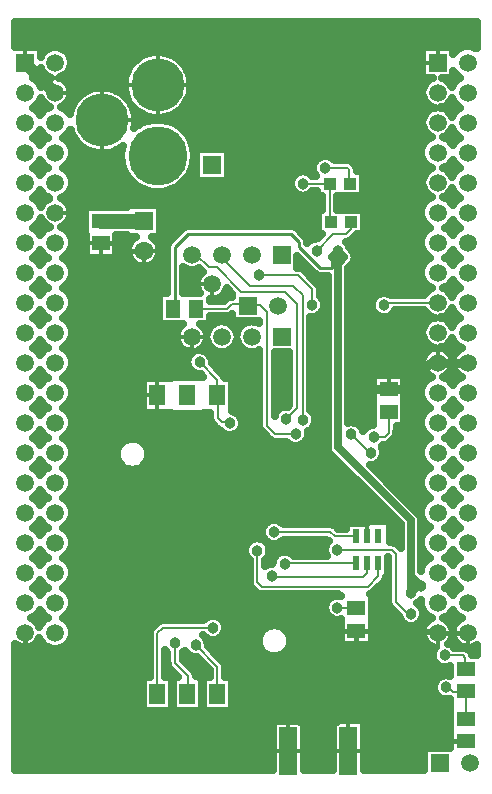
<source format=gbr>
G04 DipTrace 3.0.0.1*
G04 Bottom.gbr*
%MOIN*%
G04 #@! TF.FileFunction,Copper,L2,Bot*
G04 #@! TF.Part,Single*
G04 #@! TA.AperFunction,Conductor*
%ADD14C,0.008*%
%ADD15C,0.015*%
%ADD16C,0.01*%
%ADD17C,0.03937*%
%ADD20C,0.029528*%
G04 #@! TA.AperFunction,CopperBalancing*
%ADD21C,0.025*%
G04 #@! TA.AperFunction,Conductor*
%ADD22C,0.05*%
G04 #@! TA.AperFunction,CopperBalancing*
%ADD23C,0.012992*%
%ADD25R,0.059843X0.159843*%
G04 #@! TA.AperFunction,ComponentPad*
%ADD29R,0.062992X0.062992*%
%ADD30C,0.062992*%
%ADD31R,0.059055X0.051181*%
G04 #@! TA.AperFunction,ComponentPad*
%ADD32R,0.059055X0.059055*%
%ADD33C,0.059055*%
%ADD34R,0.051181X0.059055*%
G04 #@! TA.AperFunction,ComponentPad*
%ADD35C,0.177165*%
%ADD36C,0.19685*%
%ADD39R,0.043307X0.03937*%
%ADD43R,0.055118X0.070866*%
%ADD46R,0.023622X0.047244*%
G04 #@! TA.AperFunction,ViaPad*
%ADD52C,0.038*%
%FSLAX26Y26*%
G04*
G70*
G90*
G75*
G01*
G04 Bottom*
%LPD*%
X682701Y833701D2*
D16*
X459701D1*
Y884394D1*
X458661Y885433D1*
X1389701Y2105701D2*
X1402701D1*
X1452701Y2055701D1*
Y1413701D1*
X1575701Y1290701D1*
X1594701Y1271701D1*
Y1209661D1*
X1598063Y1206299D1*
X1926701Y523898D2*
D15*
X1860504D1*
X1850701Y533701D1*
Y626701D1*
X558661Y2685433D2*
D17*
X458661Y2785433D1*
X711417Y2182283D2*
D15*
X759118D1*
X784701Y2156701D1*
X852370D1*
X853543Y2157874D1*
X1933465Y1785433D2*
D20*
X1833465D1*
X1808433D1*
X1719701Y1696701D1*
X1670717D1*
X1670079Y1696063D1*
X1612339D1*
X1583701Y1724701D1*
X1562598Y891339D2*
D15*
X1350063D1*
X1169701Y1071701D1*
Y1250701D1*
X1209701Y1290701D1*
X1575701D1*
X1515748Y807087D2*
X1553087D1*
X1560701Y814701D1*
Y889441D1*
X1562598Y891339D1*
X1827559D1*
X1833465Y885433D1*
X1933465D1*
X1384252Y2381890D2*
D14*
X1472835D1*
X1473228Y2381496D1*
Y2258661D1*
X1478346Y2253543D1*
X1458701Y2433701D2*
X1533701D1*
X1538701Y2428701D1*
Y2382953D1*
X1540157Y2381496D1*
X1777953Y1040551D2*
D21*
X1743701Y1074803D1*
Y1259843D1*
X1500787Y1502756D1*
Y2117717D1*
Y2158268D1*
X1494488Y2117717D2*
X1500787D1*
X1743701Y1016142D2*
Y1074803D1*
X1777953Y1040551D2*
X1768110D1*
X1743701Y1016142D1*
X1494488Y2117717D2*
Y2122835D1*
X1479921Y2137402D1*
X1500787Y2158268D1*
Y2117717D2*
X1504331D1*
X1522835Y2136220D1*
X1500787Y2158268D1*
X952701Y1964701D2*
D16*
X958701D1*
Y2170701D1*
X1002701Y2214701D1*
X1344701D1*
X1370701Y2188701D1*
Y2171701D1*
X1440701Y2101701D1*
X1478472D1*
X1494488Y2117717D1*
X1545276Y2253543D2*
D14*
Y2230276D1*
X1528701Y2213701D1*
X1484701D1*
X1429701Y2158701D1*
X1620079Y1536220D2*
X1656693D1*
X1670866Y1550394D1*
Y1620472D1*
X1670079Y1621260D1*
X1114961Y2145276D2*
Y2132677D1*
X1206937Y2040701D1*
X1352701D1*
X1383701Y2009701D1*
Y1591575D1*
X1386220Y1594094D1*
X1014961Y2145276D2*
X1029134D1*
X1070866Y2103543D1*
X1096457D1*
X1179299Y2020701D1*
X1324701D1*
X1363701Y1981701D1*
Y1632598D1*
X1329528Y1598425D1*
X1498701Y968701D2*
X1560039D1*
X1562598Y966142D1*
X853543Y2257874D2*
D22*
X712205D1*
X711417Y2257087D1*
X1926701Y688898D2*
D14*
Y598701D1*
X1861701Y702701D2*
X1868701D1*
X1885701Y685701D1*
X1923504D1*
X1926701Y688898D1*
X1833465Y1985433D2*
X1663433D1*
X1654701Y1976701D1*
X1414701D2*
Y2029701D1*
X1368701Y2075701D1*
X1238701D1*
X1857701Y809701D2*
X1917701D1*
X1925701Y801701D1*
Y764701D1*
X1926701Y763701D1*
X1744575Y947701D2*
X1733701D1*
X1694701Y986701D1*
Y1146701D1*
X1679701Y1161701D1*
X1499701D1*
X1498701Y1160701D1*
X1027504Y1964701D2*
X1131701D1*
X1146701Y1979701D1*
X1194701D1*
X1199701Y1974701D1*
X1611701Y1484701D2*
X1606701D1*
X1545701Y1545701D1*
X1360701Y1546701D2*
X1292701D1*
X1264701Y1574701D1*
Y1954701D1*
X1242701Y1976701D1*
X1201701D1*
X1199701Y1974701D1*
X1099362Y679528D2*
Y770717D1*
X1026772Y843307D1*
X1560661Y1115748D2*
X1325197D1*
X1323228Y1113780D1*
X1099362Y1675591D2*
Y1662598D1*
X1112205D1*
X1101181Y1651575D1*
Y1598819D1*
X1113780Y1586220D1*
X1143701D1*
X1140551Y1583071D1*
X1288189Y1220866D2*
X1475197D1*
X1489764Y1206299D1*
X1560661D1*
X1099362Y1675591D2*
Y1727039D1*
X1039701Y1786701D1*
X958268Y850000D2*
Y783465D1*
X1001575Y740157D1*
Y681740D1*
X999362Y679528D1*
X1598063Y1115748D2*
Y1083890D1*
X1583858Y1069685D1*
X1284252D1*
X1280315Y1073622D1*
X899362Y679528D2*
Y883220D1*
X917323Y901181D1*
X1084252D1*
X1635465Y1115748D2*
Y1072866D1*
X1600394Y1037795D1*
X1246850D1*
X1232283Y1052362D1*
Y1158661D1*
D52*
X682701Y833701D3*
X1389701Y2105701D3*
X1850701Y626701D3*
X1583701Y1724701D3*
X1384252Y2381890D3*
X1458701Y2433701D3*
X1777953Y1040551D3*
X1500787Y2158268D3*
X1494488Y2117717D3*
X1777953Y1040551D3*
X1494488Y2117717D3*
X1500787Y2158268D3*
X1494488Y2117717D3*
X1429701Y2158701D3*
X1620079Y1536220D3*
X1386220Y1594094D3*
X1329528Y1598425D3*
X1498701Y968701D3*
X1861701Y702701D3*
X1654701Y1976701D3*
X1414701D3*
X1238701Y2075701D3*
X1857701Y809701D3*
X1744575Y947701D3*
X1498701Y1160701D3*
X1611701Y1484701D3*
X1545701Y1545701D3*
X1360701Y1546701D3*
X1026772Y843307D3*
X1323228Y1113780D3*
X1026772Y843307D3*
X1140551Y1583071D3*
X1288189Y1220866D3*
X1039701Y1786701D3*
X958268Y850000D3*
X1280315Y1073622D3*
X1084252Y901181D3*
X1232283Y1158661D3*
X1743701Y1016142D3*
X669291Y1535433D3*
X787402D3*
Y1614173D3*
X669291D3*
X787402Y1692913D3*
X669291D3*
X846457Y1732283D3*
Y1811024D3*
X629921Y1771654D3*
Y1850394D3*
X787402Y1870079D3*
X688976Y1889764D3*
X1437008Y807087D3*
X1515748D3*
X1358268D3*
X1496063Y669291D3*
X1377953D3*
Y590551D3*
X1496063D3*
X1614173D3*
X1259843D3*
X1614173Y492126D3*
X1259843D3*
X1614173Y669291D3*
Y767717D3*
X1259843Y669291D3*
X428725Y2895387D2*
D21*
X1961079D1*
X428725Y2870518D2*
X1961079D1*
X428725Y2845650D2*
X1961079D1*
X599331Y2820781D2*
X1779926D1*
X612124Y2795912D2*
X827876D1*
X972085D2*
X1779926D1*
X611147Y2771043D2*
X805463D1*
X994546D2*
X1779926D1*
X512172Y2746175D2*
X521990D1*
X595327D2*
X793305D1*
X1006704D2*
X1779926D1*
X504165Y2721306D2*
X519915D1*
X597475D2*
X787934D1*
X1012075D2*
X1794672D1*
X1872231D2*
X1887934D1*
X611001Y2696437D2*
X676118D1*
X753774D2*
X788325D1*
X1011684D2*
X1781147D1*
X610268Y2671568D2*
X635835D1*
X1005434D2*
X1781879D1*
X501626Y2646699D2*
X522944D1*
X594399D2*
X616645D1*
X992104D2*
X1797749D1*
X1869204D2*
X1890473D1*
X503725Y2621831D2*
X513603D1*
X823549D2*
X832443D1*
X967544D2*
X1795210D1*
X1871743D2*
X1888374D1*
X827456Y2596962D2*
X1781245D1*
X973794Y2572093D2*
X1781733D1*
X502114Y2547224D2*
X515180D1*
X602114D2*
X612153D1*
X999038D2*
X1797163D1*
X1869790D2*
X1889985D1*
X503286Y2522356D2*
X514008D1*
X603286D2*
X627631D1*
X1013491D2*
X1788813D1*
X1878090D2*
X1888813D1*
X615883Y2497487D2*
X656879D1*
X1021206D2*
X1776264D1*
X615688Y2472618D2*
X776606D1*
X1136001D2*
X1444965D1*
X1472426D2*
X1776411D1*
X502602Y2447749D2*
X514692D1*
X602602D2*
X779536D1*
X1136001D2*
X1418208D1*
X1558217D2*
X1789497D1*
X1877407D2*
X1889497D1*
X502846Y2422881D2*
X514497D1*
X602846D2*
X788081D1*
X1011879D2*
X1026948D1*
X1136001D2*
X1417182D1*
X1566713D2*
X1796284D1*
X1870620D2*
X1889301D1*
X615737Y2398012D2*
X803754D1*
X996254D2*
X1026948D1*
X1136001D2*
X1344575D1*
X1585805D2*
X1781489D1*
X615835Y2373143D2*
X831391D1*
X968569D2*
X1342231D1*
X1585805D2*
X1781440D1*
X503090Y2348274D2*
X514253D1*
X603090D2*
X1359174D1*
X1409340D2*
X1427583D1*
X1585805D2*
X1795991D1*
X1870913D2*
X1889057D1*
X502358Y2323406D2*
X522065D1*
X595229D2*
X1445210D1*
X1501235D2*
X1789790D1*
X1877163D2*
X1889790D1*
X610463Y2298537D2*
X656879D1*
X910024D2*
X1445210D1*
X1501235D2*
X1776508D1*
X610805Y2273668D2*
X656879D1*
X910024D2*
X1432710D1*
X1590932D2*
X1776215D1*
X503530Y2248799D2*
X520649D1*
X596694D2*
X656879D1*
X910024D2*
X1432710D1*
X1590932D2*
X1788569D1*
X1878335D2*
X1888569D1*
X501870Y2223930D2*
X515473D1*
X601870D2*
X656879D1*
X910024D2*
X971967D1*
X1375454D2*
X1432710D1*
X1590932D2*
X1790278D1*
X1876674D2*
X1890278D1*
X615493Y2199062D2*
X657905D1*
X764956D2*
X817671D1*
X889370D2*
X947065D1*
X1397573D2*
X1423823D1*
X1552602D2*
X1776606D1*
X616030Y2174193D2*
X657905D1*
X764956D2*
X800629D1*
X906460D2*
X929926D1*
X1540542D2*
X1776069D1*
X503969Y2149324D2*
X513316D1*
X603969D2*
X657905D1*
X764956D2*
X798725D1*
X908364D2*
X929682D1*
X1556704D2*
X1788129D1*
X1878774D2*
X1888136D1*
X501333Y2124455D2*
X515962D1*
X601333D2*
X809907D1*
X897182D2*
X929682D1*
X1368471D2*
X1377988D1*
X1557241D2*
X1790766D1*
X1876137D2*
X1890766D1*
X615346Y2099587D2*
X929682D1*
X1380141D2*
X1402827D1*
X1537270D2*
X1776753D1*
X616128Y2074718D2*
X929682D1*
X987710D2*
X1036616D1*
X1408266D2*
X1464301D1*
X1537270D2*
X1775971D1*
X504409Y2049849D2*
X512931D1*
X604409D2*
X929682D1*
X987710D2*
X1028071D1*
X1433120D2*
X1464301D1*
X1537270D2*
X1787690D1*
X1879213D2*
X1887653D1*
X500844Y2024980D2*
X516499D1*
X600844D2*
X929682D1*
X987710D2*
X1032612D1*
X1442690D2*
X1464301D1*
X1537270D2*
X1798725D1*
X1868227D2*
X1891303D1*
X615200Y2000112D2*
X903120D1*
X1105727D2*
X1128901D1*
X1450258D2*
X1464301D1*
X1537270D2*
X1619135D1*
X616225Y1975243D2*
X903120D1*
X1537270D2*
X1611713D1*
X504848Y1950374D2*
X512473D1*
X604848D2*
X903120D1*
X1447963D2*
X1464301D1*
X1537270D2*
X1621430D1*
X1687954D2*
X1793891D1*
X1873061D2*
X1887251D1*
X500307Y1925505D2*
X517036D1*
X600307D2*
X903120D1*
X1077114D2*
X1146186D1*
X1411684D2*
X1464301D1*
X1537270D2*
X1799360D1*
X1867544D2*
X1891840D1*
X615102Y1900636D2*
X969184D1*
X1058217D2*
X1069180D1*
X1158217D2*
X1169180D1*
X1411684D2*
X1464301D1*
X1537270D2*
X1782270D1*
X616323Y1875768D2*
X960346D1*
X1411684D2*
X1464301D1*
X1537270D2*
X1780854D1*
X605288Y1850899D2*
X964594D1*
X1411684D2*
X1464301D1*
X1537270D2*
X1793403D1*
X1873549D2*
X1886860D1*
X499770Y1826030D2*
X517573D1*
X599770D2*
X988422D1*
X1051870D2*
X1088422D1*
X1138979D2*
X1188422D1*
X1411684D2*
X1464301D1*
X1537270D2*
X1800044D1*
X1866860D2*
X1900044D1*
X614907Y1801161D2*
X999360D1*
X1080044D2*
X1236713D1*
X1292690D2*
X1335688D1*
X1411684D2*
X1464301D1*
X1537270D2*
X1782417D1*
X616421Y1776293D2*
X998042D1*
X1088686D2*
X1236713D1*
X1292690D2*
X1335688D1*
X1411684D2*
X1464301D1*
X1537270D2*
X1780756D1*
X605678Y1751424D2*
X1017329D1*
X1113540D2*
X1236713D1*
X1292690D2*
X1335688D1*
X1411684D2*
X1464301D1*
X1537270D2*
X1792915D1*
X1873989D2*
X1892915D1*
X499184Y1726555D2*
X518110D1*
X599184D2*
X847797D1*
X1150942D2*
X1236713D1*
X1292690D2*
X1335688D1*
X1411684D2*
X1464301D1*
X1537270D2*
X1616547D1*
X1723598D2*
X1792915D1*
X1873989D2*
X1892915D1*
X614760Y1701686D2*
X847797D1*
X1150942D2*
X1236713D1*
X1292690D2*
X1335688D1*
X1411684D2*
X1464301D1*
X1537270D2*
X1616547D1*
X1723598D2*
X1777338D1*
X616518Y1676818D2*
X847797D1*
X1150942D2*
X1236713D1*
X1292690D2*
X1335688D1*
X1411684D2*
X1464301D1*
X1537270D2*
X1616547D1*
X1723598D2*
X1775629D1*
X606069Y1651949D2*
X847797D1*
X1150942D2*
X1236713D1*
X1292690D2*
X1335688D1*
X1411684D2*
X1464301D1*
X1537270D2*
X1616547D1*
X1723598D2*
X1786030D1*
X498647Y1627080D2*
X518696D1*
X598647D2*
X847797D1*
X1150942D2*
X1236713D1*
X1412221D2*
X1464301D1*
X1537270D2*
X1616547D1*
X1723598D2*
X1793501D1*
X1873452D2*
X1893501D1*
X614614Y1602211D2*
X1073188D1*
X1178725D2*
X1236713D1*
X1428383D2*
X1464301D1*
X1537270D2*
X1616547D1*
X1723598D2*
X1777534D1*
X616616Y1577343D2*
X1084077D1*
X1183120D2*
X1236713D1*
X1425600D2*
X1464301D1*
X1573501D2*
X1616547D1*
X1723598D2*
X1775532D1*
X606460Y1552474D2*
X1111518D1*
X1169594D2*
X1248383D1*
X1403286D2*
X1464301D1*
X1698842D2*
X1785688D1*
X498012Y1527605D2*
X519282D1*
X598012D2*
X794379D1*
X838979D2*
X1273286D1*
X1398940D2*
X1464301D1*
X1686635D2*
X1794087D1*
X1872817D2*
X1894087D1*
X614419Y1502736D2*
X767671D1*
X865737D2*
X1464301D1*
X1650454D2*
X1777680D1*
X616665Y1477867D2*
X762202D1*
X871157D2*
X1475092D1*
X1654116D2*
X1775434D1*
X606850Y1452999D2*
X769477D1*
X863930D2*
X1499946D1*
X1639419D2*
X1785297D1*
X497426Y1428130D2*
X519917D1*
X597426D2*
X806294D1*
X827103D2*
X1524848D1*
X1625991D2*
X1794721D1*
X1872231D2*
X1894721D1*
X614272Y1403261D2*
X1549702D1*
X1650844D2*
X1777876D1*
X616713Y1378392D2*
X1574555D1*
X1675747D2*
X1775385D1*
X607192Y1353524D2*
X1599458D1*
X1700600D2*
X1784907D1*
X496792Y1328655D2*
X520503D1*
X596792D2*
X1624311D1*
X1725454D2*
X1795307D1*
X1871596D2*
X1895307D1*
X614077Y1303786D2*
X1649165D1*
X1750356D2*
X1778022D1*
X616811Y1278917D2*
X1674067D1*
X607583Y1254049D2*
X1262446D1*
X1313930D2*
X1594672D1*
X1676284D2*
X1698921D1*
X496157Y1229180D2*
X521186D1*
X596157D2*
X1246040D1*
X1676284D2*
X1707221D1*
X1780190D2*
X1795992D1*
X1870962D2*
X1895991D1*
X613881Y1204311D2*
X1248725D1*
X1676284D2*
X1707221D1*
X616860Y1179442D2*
X1195014D1*
X1269546D2*
X1460297D1*
X607924Y1154573D2*
X1189497D1*
X1275063D2*
X1456147D1*
X495473Y1129705D2*
X521821D1*
X595473D2*
X1201460D1*
X1263100D2*
X1283491D1*
X1780190D2*
X1796634D1*
X1870278D2*
X1896626D1*
X613735Y1104836D2*
X1204292D1*
X616909Y1079967D2*
X1204292D1*
X608266Y1055098D2*
X1204292D1*
X1656264D2*
X1666733D1*
X494790Y1030230D2*
X522504D1*
X594790D2*
X1215864D1*
X1631411D2*
X1666694D1*
X1869594D2*
X1897309D1*
X613540Y1005361D2*
X1478999D1*
X1616128D2*
X1666694D1*
X616958Y980492D2*
X1457465D1*
X1616128D2*
X1667475D1*
X608608Y955623D2*
X1457856D1*
X1616128D2*
X1687202D1*
X484585Y930755D2*
X523237D1*
X594106D2*
X1054096D1*
X1114419D2*
X1482026D1*
X1616128D2*
X1705268D1*
X1783852D2*
X1807514D1*
X1859389D2*
X1907514D1*
X613296Y905886D2*
X883442D1*
X1126967D2*
X1267622D1*
X1310610D2*
X1509077D1*
X1616128D2*
X1784223D1*
X617006Y881017D2*
X871381D1*
X1121889D2*
X1240278D1*
X1338003D2*
X1509077D1*
X1616128D2*
X1780122D1*
X608901Y856148D2*
X871381D1*
X1067690D2*
X1234663D1*
X1343618D2*
X1509077D1*
X1616128D2*
X1789155D1*
X1877749D2*
X1889155D1*
X428725Y831280D2*
X541840D1*
X575503D2*
X871381D1*
X1077358D2*
X1241694D1*
X1336538D2*
X1820942D1*
X1933803D2*
X1961079D1*
X428725Y806411D2*
X871381D1*
X986245D2*
X1007563D1*
X1102212D2*
X1276850D1*
X1301439D2*
X1814838D1*
X428725Y781542D2*
X871381D1*
X998745D2*
X1049995D1*
X1124965D2*
X1826069D1*
X428725Y756673D2*
X871381D1*
X927358D2*
X946479D1*
X1023501D2*
X1071381D1*
X1127358D2*
X1873188D1*
X428725Y731804D2*
X847797D1*
X1150942D2*
X1831049D1*
X428725Y706936D2*
X847797D1*
X1150942D2*
X1818940D1*
X428725Y682067D2*
X847797D1*
X1150942D2*
X1824360D1*
X428725Y657198D2*
X847797D1*
X1150942D2*
X1873188D1*
X428725Y632329D2*
X847797D1*
X1150942D2*
X1873188D1*
X428725Y607461D2*
X1873188D1*
X428725Y582592D2*
X1281098D1*
X1388979D2*
X1481489D1*
X1589370D2*
X1873188D1*
X428725Y557723D2*
X1281098D1*
X1388979D2*
X1481489D1*
X1589370D2*
X1873188D1*
X428725Y532854D2*
X1281098D1*
X1388979D2*
X1481489D1*
X1589370D2*
X1873188D1*
X428725Y507986D2*
X1281098D1*
X1388979D2*
X1481489D1*
X1589370D2*
X1873188D1*
X428725Y483117D2*
X1281098D1*
X1388979D2*
X1481489D1*
X1589370D2*
X1786176D1*
X428725Y458248D2*
X1281098D1*
X1388979D2*
X1481489D1*
X1589370D2*
X1786176D1*
X428725Y433379D2*
X1281098D1*
X1388979D2*
X1481489D1*
X1589370D2*
X1786176D1*
X1486512Y593547D2*
X1586854D1*
Y426194D1*
X1788652Y426201D1*
X1788673Y500728D1*
X1875636D1*
X1875673Y662266D1*
X1874117Y662984D1*
X1871155Y663320D1*
X1864878Y662326D1*
X1858523D1*
X1852246Y663320D1*
X1846202Y665284D1*
X1840540Y668169D1*
X1835398Y671904D1*
X1830904Y676398D1*
X1827169Y681540D1*
X1824284Y687202D1*
X1822320Y693246D1*
X1821326Y699523D1*
Y705878D1*
X1822320Y712155D1*
X1824284Y718199D1*
X1827169Y723862D1*
X1830904Y729003D1*
X1835398Y733497D1*
X1840540Y737233D1*
X1846202Y740118D1*
X1852246Y742082D1*
X1858523Y743076D1*
X1864878D1*
X1871155Y742082D1*
X1875673Y740681D1*
Y773397D1*
X1870216Y771183D1*
X1864036Y769699D1*
X1857701Y769201D1*
X1851365Y769699D1*
X1845186Y771183D1*
X1839314Y773615D1*
X1833895Y776936D1*
X1829063Y781063D1*
X1824936Y785895D1*
X1821615Y791314D1*
X1819183Y797186D1*
X1817699Y803365D1*
X1817201Y809701D1*
X1817699Y816036D1*
X1819183Y822216D1*
X1821615Y828087D1*
X1826066Y834940D1*
X1818827Y836550D1*
X1811826Y839221D1*
X1805291Y842888D1*
X1799364Y847473D1*
X1794173Y852876D1*
X1789828Y858981D1*
X1786425Y865657D1*
X1784036Y872759D1*
X1782713Y880135D1*
X1782484Y887625D1*
X1783355Y895067D1*
X1785306Y902302D1*
X1788296Y909173D1*
X1792259Y915532D1*
X1797112Y921242D1*
X1802748Y926180D1*
X1809046Y930239D1*
X1814409Y932754D1*
X1808032Y935519D1*
X1800537Y940112D1*
X1793853Y945821D1*
X1788144Y952506D1*
X1783551Y960001D1*
X1780187Y968122D1*
X1778135Y976670D1*
X1777445Y985433D1*
X1778319Y995123D1*
X1774497Y989839D1*
X1770003Y985345D1*
X1765761Y982210D1*
X1770877Y978497D1*
X1775371Y974003D1*
X1779107Y968862D1*
X1781992Y963199D1*
X1783956Y957155D1*
X1784950Y950878D1*
Y944523D1*
X1783956Y938246D1*
X1781992Y932202D1*
X1779107Y926540D1*
X1775371Y921398D1*
X1770877Y916904D1*
X1765736Y913169D1*
X1760073Y910284D1*
X1754029Y908320D1*
X1747752Y907326D1*
X1741397D1*
X1735120Y908320D1*
X1729076Y910284D1*
X1723414Y913169D1*
X1718272Y916904D1*
X1713778Y921398D1*
X1710043Y926540D1*
X1707158Y932202D1*
X1705194Y938246D1*
X1704721Y940622D1*
X1674071Y971712D1*
X1671142Y976942D1*
X1669515Y982712D1*
X1669201Y986701D1*
Y1136164D1*
X1668776Y1135870D1*
Y1070626D1*
X1660914D1*
X1659717Y1064986D1*
X1657207Y1059542D1*
X1653496Y1054835D1*
X1615382Y1017165D1*
X1610152Y1014236D1*
X1608266Y1013541D1*
X1613626Y1013232D1*
Y844248D1*
X1511571D1*
Y930330D1*
X1505036Y928699D1*
X1498701Y928201D1*
X1492365Y928699D1*
X1486186Y930183D1*
X1480314Y932615D1*
X1474895Y935936D1*
X1470063Y940063D1*
X1465936Y944895D1*
X1462615Y950314D1*
X1460183Y956186D1*
X1458699Y962365D1*
X1458201Y968701D1*
X1458699Y975036D1*
X1460183Y981216D1*
X1462615Y987087D1*
X1465936Y992506D1*
X1470063Y997339D1*
X1474895Y1001466D1*
X1480314Y1004787D1*
X1486186Y1007219D1*
X1492365Y1008702D1*
X1498701Y1009201D1*
X1505036Y1008702D1*
X1511577Y1007085D1*
X1500394Y1012295D1*
X1242861Y1012609D1*
X1237092Y1014236D1*
X1231862Y1017165D1*
X1228819Y1019764D1*
X1211653Y1037374D1*
X1208724Y1042604D1*
X1207097Y1048373D1*
X1206783Y1052362D1*
Y1127216D1*
X1201487Y1132359D1*
X1197752Y1137500D1*
X1194866Y1143163D1*
X1192902Y1149207D1*
X1191908Y1155484D1*
Y1161839D1*
X1192902Y1168116D1*
X1194866Y1174160D1*
X1197752Y1179823D1*
X1201487Y1184964D1*
X1205981Y1189458D1*
X1211122Y1193193D1*
X1216785Y1196079D1*
X1222829Y1198042D1*
X1229106Y1199037D1*
X1235461D1*
X1241738Y1198042D1*
X1247782Y1196079D1*
X1253445Y1193193D1*
X1258586Y1189458D1*
X1263080Y1184964D1*
X1266815Y1179823D1*
X1269701Y1174160D1*
X1271664Y1168116D1*
X1272659Y1161839D1*
Y1155484D1*
X1271664Y1149207D1*
X1269701Y1143163D1*
X1266815Y1137500D1*
X1263080Y1132359D1*
X1257776Y1127227D1*
X1257784Y1107245D1*
X1264816Y1111039D1*
X1270860Y1113003D1*
X1277137Y1113997D1*
X1282735Y1114027D1*
X1283227Y1120115D1*
X1284711Y1126295D1*
X1287143Y1132166D1*
X1290463Y1137585D1*
X1294591Y1142417D1*
X1299423Y1146545D1*
X1304842Y1149865D1*
X1310713Y1152297D1*
X1316893Y1153781D1*
X1323228Y1154280D1*
X1329564Y1153781D1*
X1335744Y1152297D1*
X1341615Y1149865D1*
X1347034Y1146545D1*
X1352954Y1141241D1*
X1463136Y1141248D1*
X1460183Y1148186D1*
X1458699Y1154365D1*
X1458201Y1160701D1*
X1458699Y1167036D1*
X1460183Y1173216D1*
X1462615Y1179087D1*
X1465936Y1184506D1*
X1470382Y1189634D1*
X1462697Y1195366D1*
X1319679D1*
X1314492Y1190070D1*
X1309350Y1186334D1*
X1303688Y1183449D1*
X1297644Y1181485D1*
X1291367Y1180491D1*
X1285011D1*
X1278734Y1181485D1*
X1272690Y1183449D1*
X1267028Y1186334D1*
X1261886Y1190070D1*
X1257393Y1194563D1*
X1253657Y1199705D1*
X1250772Y1205367D1*
X1248808Y1211412D1*
X1247814Y1217689D1*
Y1224044D1*
X1248808Y1230321D1*
X1250772Y1236365D1*
X1253657Y1242027D1*
X1257393Y1247169D1*
X1261886Y1251663D1*
X1267028Y1255398D1*
X1272690Y1258283D1*
X1278734Y1260247D1*
X1285011Y1261241D1*
X1291367D1*
X1297644Y1260247D1*
X1303688Y1258283D1*
X1309350Y1255398D1*
X1314492Y1251663D1*
X1319624Y1246359D1*
X1477198Y1246288D1*
X1483077Y1245118D1*
X1488521Y1242609D1*
X1493228Y1238897D1*
X1500306Y1231819D1*
X1527313Y1231799D1*
X1527351Y1251421D1*
X1597164D1*
X1597162Y1256413D1*
X1673768D1*
Y1187224D1*
X1683690Y1186887D1*
X1689459Y1185260D1*
X1694689Y1182331D1*
X1697732Y1179732D1*
X1709724Y1167740D1*
X1709701Y1245750D1*
X1474934Y1480675D1*
X1471798Y1484991D1*
X1469375Y1489745D1*
X1467727Y1494819D1*
X1466892Y1500088D1*
X1466787Y1677756D1*
Y2075168D1*
X1438622Y2075282D1*
X1432512Y2076498D1*
X1426855Y2079106D1*
X1421962Y2082962D1*
X1365995Y2138930D1*
X1365988Y2101235D1*
X1372690Y2100887D1*
X1378459Y2099260D1*
X1383689Y2096331D1*
X1386732Y2093732D1*
X1435331Y2044689D1*
X1438260Y2039459D1*
X1439887Y2033690D1*
X1440201Y2029701D1*
Y2008168D1*
X1445497Y2003003D1*
X1449233Y1997862D1*
X1452118Y1992199D1*
X1454082Y1986155D1*
X1455076Y1979878D1*
Y1973523D1*
X1454082Y1967246D1*
X1452118Y1961202D1*
X1449233Y1955540D1*
X1445497Y1950398D1*
X1441003Y1945904D1*
X1435862Y1942169D1*
X1430199Y1939284D1*
X1424155Y1937320D1*
X1417878Y1936326D1*
X1411523D1*
X1409192Y1936602D1*
X1409201Y1627425D1*
X1414858Y1622732D1*
X1418986Y1617900D1*
X1422306Y1612481D1*
X1424738Y1606610D1*
X1426222Y1600430D1*
X1426720Y1594094D1*
X1426222Y1587759D1*
X1424738Y1581579D1*
X1422306Y1575708D1*
X1418986Y1570289D1*
X1414858Y1565457D1*
X1410026Y1561329D1*
X1404607Y1558009D1*
X1400099Y1556080D1*
X1401076Y1549878D1*
Y1543523D1*
X1400082Y1537246D1*
X1398118Y1531202D1*
X1395233Y1525540D1*
X1391497Y1520398D1*
X1387003Y1515904D1*
X1381862Y1512169D1*
X1376199Y1509284D1*
X1370155Y1507320D1*
X1363878Y1506326D1*
X1357523D1*
X1351246Y1507320D1*
X1345202Y1509284D1*
X1339540Y1512169D1*
X1334398Y1515904D1*
X1329266Y1521208D1*
X1288712Y1521515D1*
X1282942Y1523142D1*
X1277712Y1526071D1*
X1274669Y1528669D1*
X1244071Y1559712D1*
X1241142Y1564942D1*
X1239515Y1570712D1*
X1239201Y1574701D1*
Y1827484D1*
X1233228Y1824557D1*
X1225613Y1822083D1*
X1217704Y1820831D1*
X1209697D1*
X1201789Y1822083D1*
X1194173Y1824557D1*
X1187039Y1828193D1*
X1180561Y1832899D1*
X1174899Y1838561D1*
X1170193Y1845039D1*
X1166557Y1852173D1*
X1164083Y1859789D1*
X1163720Y1861615D1*
X1160844Y1852173D1*
X1157209Y1845039D1*
X1152502Y1838561D1*
X1146841Y1832899D1*
X1140363Y1828193D1*
X1133228Y1824557D1*
X1125613Y1822083D1*
X1117704Y1820831D1*
X1109697D1*
X1101789Y1822083D1*
X1094173Y1824557D1*
X1087039Y1828193D1*
X1080561Y1832899D1*
X1074899Y1838561D1*
X1070193Y1845039D1*
X1066557Y1852173D1*
X1064083Y1859789D1*
X1063720Y1861615D1*
X1061757Y1854542D1*
X1058726Y1847689D1*
X1054724Y1841354D1*
X1049837Y1835673D1*
X1044171Y1830770D1*
X1038621Y1827188D1*
X1046036Y1826702D1*
X1052216Y1825219D1*
X1058087Y1822787D1*
X1063506Y1819466D1*
X1068339Y1815339D1*
X1072466Y1810506D1*
X1075787Y1805087D1*
X1078219Y1799216D1*
X1079702Y1793036D1*
X1080201Y1786701D1*
X1079955Y1782499D1*
X1119992Y1742028D1*
X1122921Y1736798D1*
X1124159Y1732985D1*
X1125303Y1732524D1*
X1148421D1*
Y1622807D1*
X1156050Y1620488D1*
X1161712Y1617603D1*
X1166854Y1613867D1*
X1171348Y1609374D1*
X1175083Y1604232D1*
X1177968Y1598570D1*
X1179932Y1592525D1*
X1180926Y1586248D1*
Y1579893D1*
X1179932Y1573616D1*
X1177968Y1567572D1*
X1175083Y1561910D1*
X1171348Y1556768D1*
X1166854Y1552274D1*
X1161712Y1548539D1*
X1156050Y1545654D1*
X1150006Y1543690D1*
X1143729Y1542696D1*
X1137374D1*
X1131097Y1543690D1*
X1125053Y1545654D1*
X1119390Y1548539D1*
X1114249Y1552274D1*
X1109755Y1556768D1*
X1105900Y1561968D1*
X1100456Y1564478D1*
X1095748Y1568189D1*
X1080551Y1583830D1*
X1077622Y1589060D1*
X1075995Y1594830D1*
X1075681Y1598819D1*
Y1618692D1*
X1053414Y1618657D1*
X1053413Y1613665D1*
X945311D1*
Y1618695D1*
X850303Y1618657D1*
Y1732524D1*
X945313D1*
X945311Y1737516D1*
X1052812D1*
X1043938Y1746400D1*
X1036523Y1746326D1*
X1030246Y1747320D1*
X1024202Y1749284D1*
X1018540Y1752169D1*
X1013398Y1755904D1*
X1008904Y1760398D1*
X1005169Y1765540D1*
X1002284Y1771202D1*
X1000320Y1777246D1*
X999326Y1783523D1*
Y1789878D1*
X1000320Y1796155D1*
X1002284Y1802199D1*
X1005169Y1807862D1*
X1008904Y1813003D1*
X1013398Y1817497D1*
X1017972Y1820853D1*
X1008862Y1820903D1*
X1001475Y1822160D1*
X994351Y1824484D1*
X987645Y1827827D1*
X981501Y1832116D1*
X976051Y1837259D1*
X971412Y1843144D1*
X967686Y1849645D1*
X964952Y1856622D1*
X963269Y1863923D1*
X962674Y1871393D1*
X963179Y1878869D1*
X964774Y1886191D1*
X967423Y1893200D1*
X971071Y1899746D1*
X975638Y1905686D1*
X981025Y1910894D1*
X984691Y1913670D1*
X905610Y1913673D1*
Y2015728D1*
X932222D1*
X932282Y2172780D1*
X933498Y2178890D1*
X936106Y2184547D1*
X939962Y2189439D1*
X985490Y2234852D1*
X990670Y2238312D1*
X996514Y2240469D1*
X1002701Y2241201D1*
X1346780Y2241119D1*
X1352890Y2239904D1*
X1358547Y2237296D1*
X1363439Y2233439D1*
X1392140Y2204277D1*
X1395184Y2198842D1*
X1396875Y2192846D1*
X1397201Y2182901D1*
X1401063Y2187339D1*
X1405895Y2191466D1*
X1411314Y2194787D1*
X1417186Y2197219D1*
X1423365Y2198702D1*
X1429701Y2199201D1*
X1433902Y2198955D1*
X1447267Y2212329D1*
X1435193Y2212358D1*
Y2294728D1*
X1447742D1*
X1447728Y2340351D1*
X1430075Y2340311D1*
Y2356375D1*
X1415755Y2356390D1*
X1410555Y2351093D1*
X1405413Y2347358D1*
X1399751Y2344473D1*
X1393707Y2342509D1*
X1387430Y2341515D1*
X1381074D1*
X1374797Y2342509D1*
X1368753Y2344473D1*
X1363091Y2347358D1*
X1357949Y2351093D1*
X1353456Y2355587D1*
X1349720Y2360729D1*
X1346835Y2366391D1*
X1344871Y2372435D1*
X1343877Y2378712D1*
Y2385067D1*
X1344871Y2391344D1*
X1346835Y2397388D1*
X1349720Y2403051D1*
X1353456Y2408192D1*
X1357949Y2412686D1*
X1363091Y2416422D1*
X1368753Y2419307D1*
X1374797Y2421271D1*
X1381074Y2422265D1*
X1387430D1*
X1393707Y2421271D1*
X1399751Y2419307D1*
X1405413Y2416422D1*
X1410555Y2412686D1*
X1415687Y2407383D1*
X1427904Y2407398D1*
X1424169Y2412540D1*
X1421284Y2418202D1*
X1419320Y2424246D1*
X1418326Y2430523D1*
Y2436878D1*
X1419320Y2443155D1*
X1421284Y2449199D1*
X1424169Y2454862D1*
X1427904Y2460003D1*
X1432398Y2464497D1*
X1437540Y2468233D1*
X1443202Y2471118D1*
X1449246Y2473082D1*
X1455523Y2474076D1*
X1461878D1*
X1468155Y2473082D1*
X1474199Y2471118D1*
X1479862Y2468233D1*
X1485003Y2464497D1*
X1490136Y2459194D1*
X1537690Y2458887D1*
X1543459Y2457260D1*
X1548689Y2454331D1*
X1555065Y2448399D1*
X1559331Y2443689D1*
X1562260Y2438459D1*
X1563887Y2432690D1*
X1564201Y2422695D1*
X1583311Y2422681D1*
Y2340311D1*
X1498727D1*
X1498729Y2294728D1*
X1588429D1*
Y2212358D1*
X1563307Y2212244D1*
X1543689Y2193071D1*
X1538459Y2190142D1*
X1532690Y2188515D1*
X1528066Y2188201D1*
X1533553Y2182073D1*
X1536873Y2176654D1*
X1539305Y2170783D1*
X1540355Y2166784D1*
X1548689Y2158302D1*
X1551825Y2153986D1*
X1554247Y2149232D1*
X1555895Y2144158D1*
X1556730Y2138888D1*
Y2133553D1*
X1555895Y2128283D1*
X1554247Y2123209D1*
X1551825Y2118455D1*
X1548689Y2114139D1*
X1534758Y2100060D1*
X1534787Y1584660D1*
X1542523Y1586076D1*
X1548878D1*
X1555155Y1585082D1*
X1561199Y1583118D1*
X1566862Y1580233D1*
X1572003Y1576497D1*
X1576497Y1572003D1*
X1580233Y1566862D1*
X1583118Y1561199D1*
X1584809Y1556124D1*
X1589282Y1562523D1*
X1593776Y1567017D1*
X1598918Y1570752D1*
X1604580Y1573638D1*
X1610624Y1575601D1*
X1616901Y1576596D1*
X1619049Y1576680D1*
X1619051Y1743153D1*
X1721106D1*
Y1574169D1*
X1696351D1*
X1696052Y1546405D1*
X1694425Y1540635D1*
X1691496Y1535405D1*
X1688897Y1532362D1*
X1671681Y1515590D1*
X1666451Y1512661D1*
X1660682Y1511034D1*
X1651566Y1510720D1*
X1646463Y1505500D1*
X1649118Y1500199D1*
X1651082Y1494155D1*
X1652076Y1487878D1*
Y1481523D1*
X1651082Y1475246D1*
X1649118Y1469202D1*
X1646233Y1463540D1*
X1642497Y1458398D1*
X1638003Y1453904D1*
X1632862Y1450169D1*
X1627199Y1447284D1*
X1621155Y1445320D1*
X1614878Y1444326D1*
X1607129Y1444491D1*
X1769555Y1281924D1*
X1772691Y1277607D1*
X1775113Y1272854D1*
X1776761Y1267780D1*
X1777596Y1262510D1*
X1777701Y1190751D1*
X1778993Y1198511D1*
X1781709Y1206871D1*
X1785700Y1214703D1*
X1790867Y1221815D1*
X1797083Y1228031D1*
X1804194Y1233198D1*
X1808032Y1235519D1*
X1800537Y1240112D1*
X1793853Y1245821D1*
X1788144Y1252506D1*
X1783551Y1260001D1*
X1780187Y1268122D1*
X1778135Y1276670D1*
X1777445Y1285433D1*
X1778135Y1294196D1*
X1780187Y1302744D1*
X1783551Y1310865D1*
X1788144Y1318361D1*
X1793853Y1325045D1*
X1800537Y1330754D1*
X1808204Y1335426D1*
X1800537Y1340112D1*
X1793853Y1345821D1*
X1788144Y1352506D1*
X1783551Y1360001D1*
X1780187Y1368122D1*
X1778135Y1376670D1*
X1777445Y1385433D1*
X1778135Y1394196D1*
X1780187Y1402744D1*
X1783551Y1410865D1*
X1788144Y1418361D1*
X1793853Y1425045D1*
X1800537Y1430754D1*
X1808204Y1435426D1*
X1800537Y1440112D1*
X1793853Y1445821D1*
X1788144Y1452506D1*
X1783551Y1460001D1*
X1780187Y1468122D1*
X1778135Y1476670D1*
X1777445Y1485433D1*
X1778135Y1494196D1*
X1780187Y1502744D1*
X1783551Y1510865D1*
X1788144Y1518361D1*
X1793853Y1525045D1*
X1800537Y1530754D1*
X1808204Y1535426D1*
X1800537Y1540112D1*
X1793853Y1545821D1*
X1788144Y1552506D1*
X1783551Y1560001D1*
X1780187Y1568122D1*
X1778135Y1576670D1*
X1777445Y1585433D1*
X1778135Y1594196D1*
X1780187Y1602744D1*
X1783551Y1610865D1*
X1788144Y1618361D1*
X1793853Y1625045D1*
X1800537Y1630754D1*
X1808204Y1635426D1*
X1800537Y1640112D1*
X1793853Y1645821D1*
X1788144Y1652506D1*
X1783551Y1660001D1*
X1780187Y1668122D1*
X1778135Y1676670D1*
X1777445Y1685433D1*
X1778135Y1694196D1*
X1780187Y1702744D1*
X1783551Y1710865D1*
X1788144Y1718361D1*
X1793853Y1725045D1*
X1800537Y1730754D1*
X1808032Y1735347D1*
X1814461Y1738087D1*
X1807409Y1741559D1*
X1801264Y1745848D1*
X1795814Y1750991D1*
X1791176Y1756876D1*
X1787450Y1763377D1*
X1784716Y1770354D1*
X1783033Y1777656D1*
X1782438Y1785125D1*
X1782943Y1792601D1*
X1784538Y1799923D1*
X1787187Y1806932D1*
X1790835Y1813478D1*
X1795402Y1819419D1*
X1800789Y1824627D1*
X1806881Y1828989D1*
X1813547Y1832413D1*
X1820642Y1834823D1*
X1823297Y1835432D1*
X1813937Y1838290D1*
X1806803Y1841925D1*
X1800325Y1846631D1*
X1794663Y1852293D1*
X1789956Y1858771D1*
X1786321Y1865906D1*
X1783847Y1873521D1*
X1782594Y1881429D1*
Y1889437D1*
X1783847Y1897345D1*
X1786321Y1904960D1*
X1789956Y1912095D1*
X1794663Y1918573D1*
X1800325Y1924235D1*
X1806803Y1928941D1*
X1813937Y1932576D1*
X1821552Y1935051D1*
X1823379Y1935414D1*
X1813937Y1938290D1*
X1806803Y1941925D1*
X1800325Y1946631D1*
X1794663Y1952293D1*
X1789306Y1959932D1*
X1691521Y1959933D1*
X1687466Y1952895D1*
X1683339Y1948063D1*
X1678506Y1943936D1*
X1673087Y1940615D1*
X1667216Y1938183D1*
X1661036Y1936699D1*
X1654701Y1936201D1*
X1648365Y1936699D1*
X1642186Y1938183D1*
X1636314Y1940615D1*
X1630895Y1943936D1*
X1626063Y1948063D1*
X1621936Y1952895D1*
X1618615Y1958314D1*
X1616183Y1964186D1*
X1614699Y1970365D1*
X1614201Y1976701D1*
X1614699Y1983036D1*
X1616183Y1989216D1*
X1618615Y1995087D1*
X1621936Y2000506D1*
X1626063Y2005339D1*
X1630895Y2009466D1*
X1636314Y2012787D1*
X1642186Y2015219D1*
X1648365Y2016702D1*
X1654701Y2017201D1*
X1661036Y2016702D1*
X1667216Y2015219D1*
X1673087Y2012787D1*
X1676306Y2010936D1*
X1789263Y2010933D1*
X1794663Y2018573D1*
X1800325Y2024235D1*
X1806803Y2028941D1*
X1814422Y2032755D1*
X1808032Y2035519D1*
X1800537Y2040112D1*
X1793853Y2045821D1*
X1788144Y2052506D1*
X1783551Y2060001D1*
X1780187Y2068122D1*
X1778135Y2076670D1*
X1777445Y2085433D1*
X1778135Y2094196D1*
X1780187Y2102744D1*
X1783551Y2110865D1*
X1788144Y2118361D1*
X1793853Y2125045D1*
X1800537Y2130754D1*
X1808204Y2135426D1*
X1800537Y2140112D1*
X1793853Y2145821D1*
X1788144Y2152506D1*
X1783551Y2160001D1*
X1780187Y2168122D1*
X1778135Y2176670D1*
X1777445Y2185433D1*
X1778135Y2194196D1*
X1780187Y2202744D1*
X1783551Y2210865D1*
X1788144Y2218361D1*
X1793853Y2225045D1*
X1800537Y2230754D1*
X1808204Y2235426D1*
X1800537Y2240112D1*
X1793853Y2245821D1*
X1788144Y2252506D1*
X1783551Y2260001D1*
X1780187Y2268122D1*
X1778135Y2276670D1*
X1777445Y2285433D1*
X1778135Y2294196D1*
X1780187Y2302744D1*
X1783551Y2310865D1*
X1788144Y2318361D1*
X1793853Y2325045D1*
X1800537Y2330754D1*
X1808032Y2335347D1*
X1814461Y2338087D1*
X1806803Y2341925D1*
X1800325Y2346631D1*
X1794663Y2352293D1*
X1789956Y2358771D1*
X1786321Y2365906D1*
X1783847Y2373521D1*
X1782594Y2381429D1*
Y2389437D1*
X1783847Y2397345D1*
X1786321Y2404960D1*
X1789956Y2412095D1*
X1794663Y2418573D1*
X1800325Y2424235D1*
X1806803Y2428941D1*
X1814422Y2432755D1*
X1808032Y2435519D1*
X1800537Y2440112D1*
X1793853Y2445821D1*
X1788144Y2452506D1*
X1783551Y2460001D1*
X1780187Y2468122D1*
X1778135Y2476670D1*
X1777445Y2485433D1*
X1778135Y2494196D1*
X1780187Y2502744D1*
X1783551Y2510865D1*
X1788144Y2518361D1*
X1793853Y2525045D1*
X1800537Y2530754D1*
X1808032Y2535347D1*
X1814461Y2538087D1*
X1806803Y2541925D1*
X1800325Y2546631D1*
X1794663Y2552293D1*
X1789956Y2558771D1*
X1786321Y2565906D1*
X1783847Y2573521D1*
X1782594Y2581429D1*
Y2589437D1*
X1783847Y2597345D1*
X1786321Y2604960D1*
X1789956Y2612095D1*
X1794663Y2618573D1*
X1800325Y2624235D1*
X1806803Y2628941D1*
X1813937Y2632576D1*
X1821552Y2635051D1*
X1823379Y2635414D1*
X1813937Y2638290D1*
X1806803Y2641925D1*
X1800325Y2646631D1*
X1794663Y2652293D1*
X1789956Y2658771D1*
X1786321Y2665906D1*
X1783847Y2673521D1*
X1782594Y2681429D1*
Y2689437D1*
X1783847Y2697345D1*
X1786321Y2704960D1*
X1789956Y2712095D1*
X1794663Y2718573D1*
X1800325Y2724235D1*
X1806803Y2728941D1*
X1813937Y2732576D1*
X1819278Y2734409D1*
X1782437Y2734405D1*
Y2836460D1*
X1884492D1*
Y2812642D1*
X1888144Y2818361D1*
X1893853Y2825045D1*
X1900537Y2830754D1*
X1908032Y2835347D1*
X1916154Y2838711D1*
X1924701Y2840763D1*
X1933465Y2841453D1*
X1942228Y2840763D1*
X1950776Y2838711D1*
X1958897Y2835347D1*
X1963549Y2832654D1*
X1963563Y2920293D1*
X426209Y2920256D1*
X426201Y2836418D1*
X509689Y2836460D1*
Y2802994D1*
X512305Y2809053D1*
X516570Y2816014D1*
X521872Y2822222D1*
X528080Y2827524D1*
X535041Y2831790D1*
X542584Y2834914D1*
X550523Y2836820D1*
X558661Y2837461D1*
X566800Y2836820D1*
X574739Y2834914D1*
X582281Y2831790D1*
X589242Y2827524D1*
X595450Y2822222D1*
X600753Y2816014D1*
X605018Y2809053D1*
X608143Y2801510D1*
X610048Y2793572D1*
X610689Y2785433D1*
X610048Y2777294D1*
X608143Y2769356D1*
X605018Y2761813D1*
X600753Y2754852D1*
X595450Y2748644D1*
X589242Y2743342D1*
X582281Y2739076D1*
X574739Y2735952D1*
X571099Y2734925D1*
X577726Y2732766D1*
X584452Y2729463D1*
X590622Y2725211D1*
X596103Y2720102D1*
X600777Y2714245D1*
X604542Y2707766D1*
X607318Y2700806D1*
X609045Y2693515D1*
X609689Y2685433D1*
X609139Y2677960D1*
X607500Y2670648D1*
X604808Y2663655D1*
X601121Y2657132D1*
X596519Y2651219D1*
X591100Y2646043D1*
X584981Y2641717D1*
X577722Y2638111D1*
X584094Y2635347D1*
X591589Y2630754D1*
X598273Y2625045D1*
X603982Y2618361D1*
X607003Y2614045D1*
X610137Y2626139D1*
X614622Y2637800D1*
X620398Y2648877D1*
X627393Y2659229D1*
X635516Y2668721D1*
X644661Y2677232D1*
X654713Y2684652D1*
X665540Y2690885D1*
X677004Y2695852D1*
X688956Y2699487D1*
X701244Y2701744D1*
X713708Y2702595D1*
X726189Y2702028D1*
X738524Y2700051D1*
X750557Y2696688D1*
X762131Y2691984D1*
X773097Y2685999D1*
X783314Y2678810D1*
X792651Y2670509D1*
X800988Y2661204D1*
X802587Y2659357D1*
X797405Y2670725D1*
X793544Y2682607D1*
X791054Y2694850D1*
X789968Y2707296D1*
X790299Y2719784D1*
X792042Y2732155D1*
X795177Y2744249D1*
X799661Y2755910D1*
X805438Y2766987D1*
X812432Y2777339D1*
X820555Y2786831D1*
X829701Y2795342D1*
X839752Y2802762D1*
X850579Y2808995D1*
X862043Y2813962D1*
X873996Y2817597D1*
X886283Y2819855D1*
X898748Y2820705D1*
X911228Y2820138D1*
X923564Y2818161D1*
X935596Y2814799D1*
X947170Y2810094D1*
X958136Y2804109D1*
X968354Y2796920D1*
X977691Y2788619D1*
X986027Y2779314D1*
X993256Y2769124D1*
X999283Y2758181D1*
X1004031Y2746625D1*
X1007440Y2734606D1*
X1009465Y2722278D1*
X1010083Y2710630D1*
X1009374Y2698157D1*
X1007256Y2685844D1*
X1003757Y2673851D1*
X998921Y2662331D1*
X992812Y2651434D1*
X985507Y2641299D1*
X977100Y2632057D1*
X967701Y2623827D1*
X957430Y2616715D1*
X946419Y2610813D1*
X934810Y2606196D1*
X922752Y2602924D1*
X910402Y2601040D1*
X897918Y2600567D1*
X885460Y2601512D1*
X873190Y2603862D1*
X861265Y2607587D1*
X849839Y2612640D1*
X839059Y2618954D1*
X829064Y2626450D1*
X819983Y2635030D1*
X812009Y2644482D1*
X817250Y2633202D1*
X821201Y2621349D1*
X823784Y2609126D1*
X824964Y2596689D1*
X824788Y2585025D1*
X823231Y2572630D1*
X821993Y2566814D1*
X828922Y2572240D1*
X836817Y2577515D1*
X845101Y2582155D1*
X853724Y2586130D1*
X862632Y2589416D1*
X871771Y2591993D1*
X881083Y2593846D1*
X890512Y2594962D1*
X900000Y2595335D1*
X909488Y2594962D1*
X918917Y2593846D1*
X928229Y2591993D1*
X937368Y2589416D1*
X946276Y2586130D1*
X954899Y2582155D1*
X963183Y2577515D1*
X971078Y2572240D1*
X978535Y2566362D1*
X985507Y2559916D1*
X991952Y2552944D1*
X997831Y2545487D1*
X1003106Y2537593D1*
X1007745Y2529308D1*
X1011720Y2520686D1*
X1015007Y2511777D1*
X1017584Y2502639D1*
X1019436Y2493326D1*
X1020552Y2483897D1*
X1020925Y2474409D1*
X1020552Y2464922D1*
X1019436Y2455493D1*
X1017584Y2446180D1*
X1015007Y2437042D1*
X1011720Y2428133D1*
X1007745Y2419511D1*
X1003106Y2411226D1*
X997831Y2403331D1*
X991952Y2395875D1*
X985507Y2388902D1*
X978535Y2382457D1*
X971078Y2376579D1*
X963183Y2371304D1*
X954899Y2366664D1*
X946276Y2362689D1*
X937368Y2359403D1*
X928229Y2356825D1*
X918917Y2354973D1*
X909488Y2353857D1*
X900000Y2353484D1*
X890512Y2353857D1*
X881083Y2354973D1*
X871771Y2356825D1*
X862632Y2359403D1*
X853724Y2362689D1*
X845101Y2366664D1*
X836817Y2371304D1*
X828922Y2376579D1*
X821465Y2382457D1*
X814493Y2388902D1*
X808048Y2395875D1*
X802169Y2403331D1*
X796894Y2411226D1*
X792255Y2419511D1*
X788280Y2428133D1*
X784993Y2437042D1*
X782416Y2446180D1*
X780564Y2455493D1*
X779448Y2464922D1*
X779075Y2474409D1*
X779448Y2483897D1*
X780564Y2493326D1*
X783453Y2506316D1*
X772390Y2498605D1*
X761379Y2492702D1*
X749770Y2488086D1*
X737713Y2484814D1*
X725363Y2482930D1*
X712878Y2482457D1*
X700421Y2483401D1*
X688150Y2485752D1*
X676226Y2489477D1*
X664800Y2494530D1*
X654020Y2500844D1*
X644025Y2508340D1*
X634943Y2516919D1*
X626892Y2526473D1*
X619976Y2536877D1*
X614283Y2547998D1*
X609887Y2559692D1*
X609334Y2561535D1*
X603982Y2552506D1*
X598273Y2545821D1*
X591589Y2540112D1*
X583922Y2535440D1*
X591589Y2530754D1*
X598273Y2525045D1*
X603982Y2518361D1*
X608575Y2510865D1*
X611939Y2502744D1*
X613991Y2494196D1*
X614681Y2485433D1*
X613991Y2476670D1*
X611939Y2468122D1*
X608575Y2460001D1*
X603982Y2452506D1*
X598273Y2445821D1*
X591589Y2440112D1*
X583922Y2435440D1*
X591589Y2430754D1*
X598273Y2425045D1*
X603982Y2418361D1*
X608575Y2410865D1*
X611939Y2402744D1*
X613991Y2394196D1*
X614681Y2385433D1*
X613991Y2376670D1*
X611939Y2368122D1*
X608575Y2360001D1*
X603982Y2352506D1*
X598273Y2345821D1*
X591589Y2340112D1*
X584094Y2335519D1*
X577665Y2332780D1*
X584452Y2329463D1*
X590622Y2325211D1*
X596103Y2320102D1*
X600777Y2314245D1*
X604542Y2307766D1*
X607318Y2300806D1*
X609045Y2293515D1*
X609689Y2285433D1*
X609139Y2277960D1*
X607500Y2270648D1*
X604808Y2263655D1*
X601121Y2257132D1*
X596519Y2251219D1*
X591100Y2246043D1*
X584981Y2241717D1*
X577722Y2238111D1*
X584094Y2235347D1*
X591589Y2230754D1*
X598273Y2225045D1*
X603982Y2218361D1*
X608575Y2210865D1*
X611939Y2202744D1*
X613991Y2194196D1*
X614681Y2185433D1*
X613991Y2176670D1*
X611939Y2168122D1*
X608575Y2160001D1*
X603982Y2152506D1*
X598273Y2145821D1*
X591589Y2140112D1*
X583922Y2135440D1*
X591589Y2130754D1*
X598273Y2125045D1*
X603982Y2118361D1*
X608575Y2110865D1*
X611939Y2102744D1*
X613991Y2094196D1*
X614681Y2085433D1*
X613991Y2076670D1*
X611939Y2068122D1*
X608575Y2060001D1*
X603982Y2052506D1*
X598273Y2045821D1*
X591589Y2040112D1*
X583922Y2035440D1*
X591589Y2030754D1*
X598273Y2025045D1*
X603982Y2018361D1*
X608575Y2010865D1*
X611939Y2002744D1*
X613991Y1994196D1*
X614681Y1985433D1*
X613991Y1976670D1*
X611939Y1968122D1*
X608575Y1960001D1*
X603982Y1952506D1*
X598273Y1945821D1*
X591589Y1940112D1*
X583922Y1935440D1*
X591589Y1930754D1*
X598273Y1925045D1*
X603982Y1918361D1*
X608575Y1910865D1*
X611939Y1902744D1*
X613991Y1894196D1*
X614681Y1885433D1*
X613991Y1876670D1*
X611939Y1868122D1*
X608575Y1860001D1*
X603982Y1852506D1*
X598273Y1845821D1*
X591589Y1840112D1*
X583922Y1835440D1*
X591589Y1830754D1*
X598273Y1825045D1*
X603982Y1818361D1*
X608575Y1810865D1*
X611939Y1802744D1*
X613991Y1794196D1*
X614681Y1785433D1*
X613991Y1776670D1*
X611939Y1768122D1*
X608575Y1760001D1*
X603982Y1752506D1*
X598273Y1745821D1*
X591589Y1740112D1*
X583922Y1735440D1*
X591589Y1730754D1*
X598273Y1725045D1*
X603982Y1718361D1*
X608575Y1710865D1*
X611939Y1702744D1*
X613991Y1694196D1*
X614681Y1685433D1*
X613991Y1676670D1*
X611939Y1668122D1*
X608575Y1660001D1*
X603982Y1652506D1*
X598273Y1645821D1*
X591589Y1640112D1*
X583922Y1635440D1*
X591589Y1630754D1*
X598273Y1625045D1*
X603982Y1618361D1*
X608575Y1610865D1*
X611939Y1602744D1*
X613991Y1594196D1*
X614681Y1585433D1*
X613991Y1576670D1*
X611939Y1568122D1*
X608575Y1560001D1*
X603982Y1552506D1*
X598273Y1545821D1*
X591589Y1540112D1*
X583922Y1535440D1*
X591589Y1530754D1*
X598273Y1525045D1*
X603982Y1518361D1*
X608575Y1510865D1*
X611939Y1502744D1*
X613991Y1494196D1*
X614681Y1485433D1*
X613991Y1476670D1*
X611939Y1468122D1*
X608575Y1460001D1*
X603982Y1452506D1*
X598273Y1445821D1*
X591589Y1440112D1*
X583922Y1435440D1*
X591589Y1430754D1*
X598273Y1425045D1*
X603982Y1418361D1*
X608575Y1410865D1*
X611939Y1402744D1*
X613991Y1394196D1*
X614681Y1385433D1*
X613991Y1376670D1*
X611939Y1368122D1*
X608575Y1360001D1*
X603982Y1352506D1*
X598273Y1345821D1*
X591589Y1340112D1*
X583922Y1335440D1*
X591589Y1330754D1*
X598273Y1325045D1*
X603982Y1318361D1*
X608575Y1310865D1*
X611939Y1302744D1*
X613991Y1294196D1*
X614681Y1285433D1*
X613991Y1276670D1*
X611939Y1268122D1*
X608575Y1260001D1*
X603982Y1252506D1*
X598273Y1245821D1*
X591589Y1240112D1*
X583922Y1235440D1*
X591589Y1230754D1*
X598273Y1225045D1*
X603982Y1218361D1*
X608575Y1210865D1*
X611939Y1202744D1*
X613991Y1194196D1*
X614681Y1185433D1*
X613991Y1176670D1*
X611939Y1168122D1*
X608575Y1160001D1*
X603982Y1152506D1*
X598273Y1145821D1*
X591589Y1140112D1*
X583922Y1135440D1*
X591589Y1130754D1*
X598273Y1125045D1*
X603982Y1118361D1*
X608575Y1110865D1*
X611939Y1102744D1*
X613991Y1094196D1*
X614681Y1085433D1*
X613991Y1076670D1*
X611939Y1068122D1*
X608575Y1060001D1*
X603982Y1052506D1*
X598273Y1045821D1*
X591589Y1040112D1*
X583922Y1035440D1*
X591589Y1030754D1*
X598273Y1025045D1*
X603982Y1018361D1*
X608575Y1010865D1*
X611939Y1002744D1*
X613991Y994196D1*
X614681Y985433D1*
X613991Y976670D1*
X611939Y968122D1*
X608575Y960001D1*
X603982Y952506D1*
X598273Y945821D1*
X591589Y940112D1*
X583922Y935440D1*
X591589Y930754D1*
X598273Y925045D1*
X603982Y918361D1*
X608575Y910865D1*
X611939Y902744D1*
X613991Y894196D1*
X614681Y885433D1*
X613991Y876670D1*
X611939Y868122D1*
X608575Y860001D1*
X603982Y852506D1*
X598273Y845821D1*
X591589Y840112D1*
X584094Y835519D1*
X575972Y832155D1*
X567425Y830103D1*
X558661Y829413D1*
X549898Y830103D1*
X541350Y832155D1*
X533229Y835519D1*
X525734Y840112D1*
X519050Y845821D1*
X513341Y852506D1*
X508748Y860001D1*
X506008Y866429D1*
X502456Y859245D1*
X498149Y853114D1*
X492990Y847679D1*
X487091Y843059D1*
X480578Y839352D1*
X473594Y836639D1*
X466287Y834978D1*
X458815Y834406D1*
X451341Y834933D1*
X444024Y836550D1*
X437023Y839221D1*
X430488Y842888D1*
X426201Y846070D1*
Y426164D1*
X1283618Y426236D1*
Y591579D1*
X1386461D1*
Y426198D1*
X1483964Y426201D1*
X1484012Y593547D1*
X1486512D1*
X812047Y2311870D2*
X907539D1*
Y2203878D1*
X880053Y2203763D1*
X886260Y2199565D1*
X891814Y2194534D1*
X896602Y2188769D1*
X900529Y2182387D1*
X903517Y2175515D1*
X905506Y2168290D1*
X906455Y2160857D1*
X906304Y2152881D1*
X905072Y2145490D1*
X902810Y2138345D1*
X899563Y2131592D1*
X895396Y2125363D1*
X890392Y2119785D1*
X884651Y2114969D1*
X878288Y2111010D1*
X871431Y2107988D1*
X864216Y2105964D1*
X856787Y2104977D1*
X849294Y2105049D1*
X841885Y2106176D1*
X834710Y2108337D1*
X827911Y2111489D1*
X821625Y2115568D1*
X815977Y2120493D1*
X811080Y2126165D1*
X807032Y2132472D1*
X803914Y2139286D1*
X801788Y2146472D1*
X800698Y2153886D1*
X800663Y2161379D1*
X801686Y2168803D1*
X803746Y2176008D1*
X806802Y2182851D1*
X810792Y2189194D1*
X815637Y2194910D1*
X821240Y2199887D1*
X827245Y2203878D1*
X799547D1*
Y2210372D1*
X763455Y2210374D1*
X763445Y2208996D1*
X762420D1*
X762445Y2135193D1*
X660390D1*
Y2208992D1*
X659390Y2208996D1*
Y2305177D1*
X762205Y2305374D1*
X799558D1*
X799547Y2311870D1*
X812047D1*
X1041969Y2495946D2*
X1133524D1*
Y2391891D1*
X1029469D1*
Y2495946D1*
X1041969D1*
X1130790Y2033143D2*
X1128654Y2026789D1*
X1125291Y2020093D1*
X1120984Y2013961D1*
X1115825Y2008527D1*
X1109925Y2003906D1*
X1103413Y2000200D1*
X1096428Y1997487D1*
X1089121Y1995826D1*
X1081650Y1995254D1*
X1074592Y1995731D1*
X1074595Y1990191D1*
X1121107Y1990201D1*
X1131712Y2000331D1*
X1136942Y2003260D1*
X1142712Y2004887D1*
X1148703Y2005201D1*
X1148673Y2015226D1*
X1130781Y2033157D1*
X1040629Y2015727D2*
X1036617Y2021998D1*
X1033544Y2028832D1*
X1031506Y2036043D1*
X1030546Y2043474D1*
X1030684Y2050966D1*
X1031918Y2058357D1*
X1034221Y2065488D1*
X1037544Y2072204D1*
X1041814Y2078362D1*
X1046940Y2083827D1*
X1051089Y2087249D1*
X1038127Y2099810D1*
X1030729Y2096745D1*
X1022943Y2094876D1*
X1014961Y2094248D1*
X1006978Y2094876D1*
X999192Y2096745D1*
X991795Y2099810D1*
X985189Y2103846D1*
X985201Y2015769D1*
X1040619Y2015728D1*
X1338215Y1820673D2*
X1290168D1*
X1290201Y1608070D1*
X1292110Y1613924D1*
X1294996Y1619586D1*
X1298731Y1624728D1*
X1303225Y1629222D1*
X1308366Y1632957D1*
X1314029Y1635842D1*
X1320073Y1637806D1*
X1326350Y1638800D1*
X1333729Y1638679D1*
X1338222Y1643182D1*
X1338201Y1820636D1*
X1163720Y1881786D2*
X1165171Y1887469D1*
X1168235Y1894867D1*
X1172419Y1901694D1*
X1177619Y1907783D1*
X1183708Y1912983D1*
X1190535Y1917167D1*
X1197932Y1920231D1*
X1205718Y1922100D1*
X1213701Y1922728D1*
X1221683Y1922100D1*
X1229469Y1920231D1*
X1236867Y1917167D1*
X1239202Y1915859D1*
X1238229Y1923673D1*
X1148673D1*
Y1945694D1*
X1145025Y1942958D1*
X1139581Y1940449D1*
X1133702Y1939279D1*
X1074621Y1939201D1*
X1074595Y1913673D1*
X1042710D1*
X1049400Y1908162D1*
X1054355Y1902540D1*
X1058433Y1896254D1*
X1061546Y1889438D1*
X1063698Y1881866D1*
X1066557Y1891228D1*
X1070193Y1898363D1*
X1074899Y1904841D1*
X1080561Y1910502D1*
X1087039Y1915209D1*
X1094173Y1918844D1*
X1101789Y1921318D1*
X1109697Y1922571D1*
X1117704D1*
X1125613Y1921318D1*
X1133228Y1918844D1*
X1140363Y1915209D1*
X1146841Y1910502D1*
X1152502Y1904841D1*
X1157209Y1898363D1*
X1160844Y1891228D1*
X1163318Y1883613D1*
X1163682Y1881786D1*
X1949550Y810791D2*
X1963515D1*
X1963563Y844218D1*
X1957612Y840481D1*
X1950768Y837429D1*
X1943552Y835412D1*
X1936117Y834475D1*
X1928626Y834635D1*
X1921239Y835892D1*
X1914115Y838216D1*
X1907409Y841559D1*
X1901264Y845848D1*
X1895814Y850991D1*
X1891176Y856876D1*
X1887450Y863377D1*
X1884716Y870354D1*
X1883466Y875243D1*
X1881521Y868274D1*
X1878490Y861421D1*
X1874488Y855086D1*
X1868803Y848644D1*
X1876087Y845787D1*
X1881506Y842466D1*
X1886339Y838339D1*
X1889136Y835194D1*
X1921690Y834887D1*
X1927459Y833260D1*
X1932689Y830331D1*
X1941065Y822399D1*
X1946331Y816689D1*
X1949262Y811452D1*
X1062803Y736461D2*
X1073887D1*
X1073862Y760143D1*
X1030957Y803060D1*
X1023594Y802932D1*
X1017317Y803926D1*
X1011273Y805890D1*
X1005610Y808775D1*
X1000469Y812511D1*
X995975Y817004D1*
X992240Y822146D1*
X990452Y825428D1*
X984570Y819204D1*
X983761Y818565D1*
X983768Y793994D1*
X1020965Y756719D1*
X1024296Y751734D1*
X1026370Y746110D1*
X1027075Y740150D1*
X1037803Y736461D1*
X1048421D1*
Y622594D1*
X950303D1*
Y736461D1*
X969200D1*
X937638Y768476D1*
X934709Y773706D1*
X933082Y779475D1*
X932768Y783465D1*
Y818572D1*
X927471Y823697D1*
X924861Y827155D1*
X924862Y736492D1*
X948421Y736460D1*
Y622594D1*
X850303D1*
Y736460D1*
X873887D1*
X873941Y885221D1*
X875110Y891100D1*
X877620Y896544D1*
X881331Y901252D1*
X902334Y921811D1*
X907564Y924740D1*
X913334Y926367D1*
X917323Y926681D1*
X1052821D1*
X1057949Y931978D1*
X1063091Y935713D1*
X1068753Y938598D1*
X1074797Y940562D1*
X1081074Y941556D1*
X1087430D1*
X1093707Y940562D1*
X1099751Y938598D1*
X1105413Y935713D1*
X1110555Y931978D1*
X1115048Y927484D1*
X1118784Y922342D1*
X1121669Y916680D1*
X1123633Y910636D1*
X1124627Y904359D1*
Y898004D1*
X1123633Y891727D1*
X1121669Y885682D1*
X1118784Y880020D1*
X1115048Y874878D1*
X1110555Y870385D1*
X1105413Y866649D1*
X1099751Y863764D1*
X1093707Y861800D1*
X1087430Y860806D1*
X1081074D1*
X1074797Y861800D1*
X1068753Y863764D1*
X1063091Y866649D1*
X1057949Y870385D1*
X1052817Y875688D1*
X1053074Y874104D1*
X1057568Y869610D1*
X1061304Y864468D1*
X1064189Y858806D1*
X1066153Y852762D1*
X1067147Y846485D1*
X1067026Y839106D1*
X1118753Y787277D1*
X1122083Y782293D1*
X1124158Y776669D1*
X1124862Y770717D1*
Y736488D1*
X1148421Y736461D1*
Y622594D1*
X1050303D1*
Y736461D1*
X1062803D1*
X1340967Y853400D2*
X1339690Y845341D1*
X1337169Y837580D1*
X1333464Y830310D1*
X1328668Y823708D1*
X1322898Y817938D1*
X1316297Y813142D1*
X1309026Y809437D1*
X1301265Y806916D1*
X1293206Y805639D1*
X1285046D1*
X1276987Y806916D1*
X1269226Y809437D1*
X1261955Y813142D1*
X1255354Y817938D1*
X1249584Y823708D1*
X1244788Y830310D1*
X1241083Y837580D1*
X1238561Y845341D1*
X1237285Y853400D1*
Y861560D1*
X1238561Y869620D1*
X1241083Y877380D1*
X1244788Y884651D1*
X1249584Y891252D1*
X1255354Y897022D1*
X1261955Y901819D1*
X1269226Y905523D1*
X1276987Y908045D1*
X1285046Y909321D1*
X1293206D1*
X1301265Y908045D1*
X1309026Y905523D1*
X1316297Y901819D1*
X1322898Y897022D1*
X1328668Y891252D1*
X1333464Y884651D1*
X1337169Y877380D1*
X1339690Y869620D1*
X1340967Y861560D1*
Y853400D1*
X868526Y1475448D2*
X867250Y1467388D1*
X864728Y1459628D1*
X861023Y1452357D1*
X856227Y1445755D1*
X850457Y1439985D1*
X843856Y1435189D1*
X836585Y1431485D1*
X828825Y1428963D1*
X820765Y1427687D1*
X812605D1*
X804546Y1428963D1*
X796785Y1431485D1*
X789514Y1435189D1*
X782913Y1439985D1*
X777143Y1445755D1*
X772347Y1452357D1*
X768642Y1459628D1*
X766121Y1467388D1*
X764844Y1475448D1*
Y1483608D1*
X766121Y1491667D1*
X768642Y1499428D1*
X772347Y1506698D1*
X777143Y1513300D1*
X782913Y1519070D1*
X789514Y1523866D1*
X796785Y1527571D1*
X804546Y1530092D1*
X812605Y1531369D1*
X820765D1*
X828825Y1530092D1*
X836585Y1527571D1*
X843856Y1523866D1*
X850457Y1519070D1*
X856227Y1513300D1*
X861023Y1506698D1*
X864728Y1499428D1*
X867250Y1491667D1*
X868526Y1483608D1*
Y1475448D1*
X1884492Y2758228D2*
Y2734405D1*
X1847803D1*
X1856631Y2730899D1*
X1863458Y2726715D1*
X1869546Y2721515D1*
X1874747Y2715426D1*
X1878930Y2708599D1*
X1880787Y2704476D1*
X1883551Y2710865D1*
X1888144Y2718361D1*
X1893853Y2725045D1*
X1900537Y2730754D1*
X1908204Y2735426D1*
X1900537Y2740112D1*
X1893853Y2745821D1*
X1888144Y2752506D1*
X1884499Y2758307D1*
X1880787Y2666390D2*
X1876973Y2658771D1*
X1872266Y2652293D1*
X1866604Y2646631D1*
X1860126Y2641925D1*
X1852992Y2638290D1*
X1845377Y2635815D1*
X1843550Y2635452D1*
X1852992Y2632576D1*
X1860126Y2628941D1*
X1866604Y2624235D1*
X1872266Y2618573D1*
X1876973Y2612095D1*
X1880787Y2604476D1*
X1883551Y2610865D1*
X1888144Y2618361D1*
X1893853Y2625045D1*
X1900537Y2630754D1*
X1908204Y2635426D1*
X1900537Y2640112D1*
X1893853Y2645821D1*
X1888144Y2652506D1*
X1883551Y2660001D1*
X1880811Y2666429D1*
X1880787Y2566390D2*
X1876973Y2558771D1*
X1872266Y2552293D1*
X1866604Y2546631D1*
X1860126Y2541925D1*
X1852507Y2538111D1*
X1858897Y2535347D1*
X1866392Y2530754D1*
X1873076Y2525045D1*
X1878785Y2518361D1*
X1883458Y2510694D1*
X1888144Y2518361D1*
X1893853Y2525045D1*
X1900537Y2530754D1*
X1908204Y2535426D1*
X1900537Y2540112D1*
X1893853Y2545821D1*
X1888144Y2552506D1*
X1883551Y2560001D1*
X1880811Y2566429D1*
X1883458Y2460172D2*
X1878785Y2452506D1*
X1873076Y2445821D1*
X1866392Y2440112D1*
X1858897Y2435519D1*
X1852468Y2432780D1*
X1860126Y2428941D1*
X1866604Y2424235D1*
X1872266Y2418573D1*
X1876973Y2412095D1*
X1880787Y2404476D1*
X1883551Y2410865D1*
X1888144Y2418361D1*
X1893853Y2425045D1*
X1900537Y2430754D1*
X1908204Y2435426D1*
X1900537Y2440112D1*
X1893853Y2445821D1*
X1888144Y2452506D1*
X1883472Y2460172D1*
X1880787Y2366390D2*
X1876973Y2358771D1*
X1872266Y2352293D1*
X1866604Y2346631D1*
X1860126Y2341925D1*
X1852507Y2338111D1*
X1858897Y2335347D1*
X1866392Y2330754D1*
X1873076Y2325045D1*
X1878785Y2318361D1*
X1883458Y2310694D1*
X1888144Y2318361D1*
X1893853Y2325045D1*
X1900537Y2330754D1*
X1908204Y2335426D1*
X1900537Y2340112D1*
X1893853Y2345821D1*
X1888144Y2352506D1*
X1883551Y2360001D1*
X1880811Y2366429D1*
X1883458Y2260172D2*
X1878785Y2252506D1*
X1873076Y2245821D1*
X1866392Y2240112D1*
X1858725Y2235440D1*
X1866392Y2230754D1*
X1873076Y2225045D1*
X1878785Y2218361D1*
X1883458Y2210694D1*
X1888144Y2218361D1*
X1893853Y2225045D1*
X1900537Y2230754D1*
X1908204Y2235426D1*
X1900537Y2240112D1*
X1893853Y2245821D1*
X1888144Y2252506D1*
X1883472Y2260172D1*
X1883458Y2160172D2*
X1878785Y2152506D1*
X1873076Y2145821D1*
X1866392Y2140112D1*
X1858725Y2135440D1*
X1866392Y2130754D1*
X1873076Y2125045D1*
X1878785Y2118361D1*
X1883458Y2110694D1*
X1888144Y2118361D1*
X1893853Y2125045D1*
X1900537Y2130754D1*
X1908204Y2135426D1*
X1900537Y2140112D1*
X1893853Y2145821D1*
X1888144Y2152506D1*
X1883472Y2160172D1*
X1883458Y2060172D2*
X1878785Y2052506D1*
X1873076Y2045821D1*
X1866392Y2040112D1*
X1858897Y2035519D1*
X1852468Y2032780D1*
X1860126Y2028941D1*
X1866604Y2024235D1*
X1872266Y2018573D1*
X1876973Y2012095D1*
X1880787Y2004476D1*
X1883551Y2010865D1*
X1888144Y2018361D1*
X1893853Y2025045D1*
X1900537Y2030754D1*
X1908204Y2035426D1*
X1900537Y2040112D1*
X1893853Y2045821D1*
X1888144Y2052506D1*
X1883472Y2060172D1*
X1880787Y1966390D2*
X1876973Y1958771D1*
X1872266Y1952293D1*
X1866604Y1946631D1*
X1860126Y1941925D1*
X1852992Y1938290D1*
X1845377Y1935815D1*
X1843550Y1935452D1*
X1852992Y1932576D1*
X1860126Y1928941D1*
X1866604Y1924235D1*
X1872266Y1918573D1*
X1876973Y1912095D1*
X1880787Y1904476D1*
X1883551Y1910865D1*
X1888144Y1918361D1*
X1893853Y1925045D1*
X1900537Y1930754D1*
X1908204Y1935426D1*
X1900537Y1940112D1*
X1893853Y1945821D1*
X1888144Y1952506D1*
X1883551Y1960001D1*
X1880811Y1966429D1*
X1880787Y1866390D2*
X1876973Y1858771D1*
X1872266Y1852293D1*
X1866604Y1846631D1*
X1860126Y1841925D1*
X1852992Y1838290D1*
X1845377Y1835815D1*
X1843550Y1835452D1*
X1850188Y1833642D1*
X1857068Y1830673D1*
X1863439Y1826729D1*
X1869164Y1821894D1*
X1874118Y1816273D1*
X1878197Y1809986D1*
X1881310Y1803171D1*
X1883461Y1795598D1*
X1885306Y1802302D1*
X1888296Y1809173D1*
X1892259Y1815532D1*
X1897112Y1821242D1*
X1902748Y1826180D1*
X1909046Y1830239D1*
X1914409Y1832754D1*
X1908032Y1835519D1*
X1900537Y1840112D1*
X1893853Y1845821D1*
X1888144Y1852506D1*
X1883551Y1860001D1*
X1880811Y1866429D1*
X1883462Y1775259D2*
X1881521Y1768274D1*
X1878490Y1761421D1*
X1874488Y1755086D1*
X1869601Y1749406D1*
X1863935Y1744502D1*
X1857612Y1740481D1*
X1852525Y1738111D1*
X1858897Y1735347D1*
X1866392Y1730754D1*
X1873076Y1725045D1*
X1878785Y1718361D1*
X1883458Y1710694D1*
X1888144Y1718361D1*
X1893853Y1725045D1*
X1900537Y1730754D1*
X1908032Y1735347D1*
X1914461Y1738087D1*
X1907409Y1741559D1*
X1901264Y1745848D1*
X1895814Y1750991D1*
X1891176Y1756876D1*
X1887450Y1763377D1*
X1884716Y1770354D1*
X1883466Y1775243D1*
X1883458Y1660172D2*
X1878785Y1652506D1*
X1873076Y1645821D1*
X1866392Y1640112D1*
X1858725Y1635440D1*
X1866392Y1630754D1*
X1873076Y1625045D1*
X1878785Y1618361D1*
X1883458Y1610694D1*
X1888144Y1618361D1*
X1893853Y1625045D1*
X1900537Y1630754D1*
X1908204Y1635426D1*
X1900537Y1640112D1*
X1893853Y1645821D1*
X1888144Y1652506D1*
X1883472Y1660172D1*
X1883458Y1560172D2*
X1878785Y1552506D1*
X1873076Y1545821D1*
X1866392Y1540112D1*
X1858725Y1535440D1*
X1866392Y1530754D1*
X1873076Y1525045D1*
X1878785Y1518361D1*
X1883458Y1510694D1*
X1888144Y1518361D1*
X1893853Y1525045D1*
X1900537Y1530754D1*
X1908204Y1535426D1*
X1900537Y1540112D1*
X1893853Y1545821D1*
X1888144Y1552506D1*
X1883472Y1560172D1*
X1883458Y1460172D2*
X1878785Y1452506D1*
X1873076Y1445821D1*
X1866392Y1440112D1*
X1858725Y1435440D1*
X1866392Y1430754D1*
X1873076Y1425045D1*
X1878785Y1418361D1*
X1883458Y1410694D1*
X1888144Y1418361D1*
X1893853Y1425045D1*
X1900537Y1430754D1*
X1908204Y1435426D1*
X1900537Y1440112D1*
X1893853Y1445821D1*
X1888144Y1452506D1*
X1883472Y1460172D1*
X1883458Y1360172D2*
X1878785Y1352506D1*
X1873076Y1345821D1*
X1866392Y1340112D1*
X1858725Y1335440D1*
X1866392Y1330754D1*
X1873076Y1325045D1*
X1878785Y1318361D1*
X1883458Y1310694D1*
X1888144Y1318361D1*
X1893853Y1325045D1*
X1900537Y1330754D1*
X1908204Y1335426D1*
X1900537Y1340112D1*
X1893853Y1345821D1*
X1888144Y1352506D1*
X1883472Y1360172D1*
X1883458Y1260172D2*
X1878785Y1252506D1*
X1873076Y1245821D1*
X1866392Y1240112D1*
X1858725Y1235440D1*
X1866392Y1230754D1*
X1873076Y1225045D1*
X1878785Y1218361D1*
X1883458Y1210694D1*
X1888144Y1218361D1*
X1893853Y1225045D1*
X1900537Y1230754D1*
X1908204Y1235426D1*
X1900537Y1240112D1*
X1893853Y1245821D1*
X1888144Y1252506D1*
X1883472Y1260172D1*
X1883458Y1160172D2*
X1878785Y1152506D1*
X1873076Y1145821D1*
X1866392Y1140112D1*
X1858725Y1135440D1*
X1866392Y1130754D1*
X1873076Y1125045D1*
X1878785Y1118361D1*
X1883458Y1110694D1*
X1888144Y1118361D1*
X1893853Y1125045D1*
X1900537Y1130754D1*
X1908204Y1135426D1*
X1900537Y1140112D1*
X1893853Y1145821D1*
X1888144Y1152506D1*
X1883472Y1160172D1*
X1808204Y1135440D2*
X1800537Y1140112D1*
X1793853Y1145821D1*
X1788144Y1152506D1*
X1783551Y1160001D1*
X1780187Y1168122D1*
X1778135Y1176670D1*
X1777700Y1180338D1*
X1777701Y1090751D1*
X1778993Y1098511D1*
X1781709Y1106871D1*
X1785700Y1114703D1*
X1790867Y1121815D1*
X1797083Y1128031D1*
X1804194Y1133198D1*
X1808204Y1135426D1*
X1883458Y1060172D2*
X1878785Y1052506D1*
X1873076Y1045821D1*
X1866392Y1040112D1*
X1858725Y1035440D1*
X1866392Y1030754D1*
X1873076Y1025045D1*
X1878785Y1018361D1*
X1883458Y1010694D1*
X1888144Y1018361D1*
X1893853Y1025045D1*
X1900537Y1030754D1*
X1908204Y1035426D1*
X1900537Y1040112D1*
X1893853Y1045821D1*
X1888144Y1052506D1*
X1883472Y1060172D1*
X1883458Y960172D2*
X1878785Y952506D1*
X1873076Y945821D1*
X1866392Y940112D1*
X1858897Y935519D1*
X1852468Y932780D1*
X1859255Y929463D1*
X1865425Y925211D1*
X1870906Y920102D1*
X1875580Y914245D1*
X1879345Y907766D1*
X1882121Y900806D1*
X1883461Y895598D1*
X1885306Y902302D1*
X1888296Y909173D1*
X1892259Y915532D1*
X1897112Y921242D1*
X1902748Y926180D1*
X1909046Y930239D1*
X1914409Y932754D1*
X1908032Y935519D1*
X1900537Y940112D1*
X1893853Y945821D1*
X1888144Y952506D1*
X1883472Y960172D1*
X509689Y2767857D2*
Y2734405D1*
X485871D1*
X491589Y2730754D1*
X498273Y2725045D1*
X503982Y2718361D1*
X508575Y2710865D1*
X511387Y2704640D1*
X514709Y2711356D1*
X518980Y2717514D1*
X524106Y2722979D1*
X529977Y2727635D1*
X536467Y2731381D1*
X543435Y2734136D1*
X546229Y2734914D1*
X538751Y2737366D1*
X531477Y2741072D1*
X524872Y2745871D1*
X519099Y2751644D1*
X514301Y2758249D1*
X510594Y2765523D1*
X509694Y2767963D1*
X511315Y2666429D2*
X508575Y2660001D1*
X503982Y2652506D1*
X498273Y2645821D1*
X491589Y2640112D1*
X483922Y2635440D1*
X491589Y2630754D1*
X498273Y2625045D1*
X503982Y2618361D1*
X508654Y2610694D1*
X513341Y2618361D1*
X519050Y2625045D1*
X525734Y2630754D1*
X533229Y2635347D1*
X539658Y2638087D1*
X532606Y2641559D1*
X526461Y2645848D1*
X521011Y2650991D1*
X516373Y2656876D1*
X512647Y2663377D1*
X511340Y2666375D1*
X508654Y2560172D2*
X503982Y2552506D1*
X498273Y2545821D1*
X491589Y2540112D1*
X483922Y2535440D1*
X491589Y2530754D1*
X498273Y2525045D1*
X503982Y2518361D1*
X508654Y2510694D1*
X513341Y2518361D1*
X519050Y2525045D1*
X525734Y2530754D1*
X533401Y2535426D1*
X525734Y2540112D1*
X519050Y2545821D1*
X513341Y2552506D1*
X508668Y2560172D1*
X508654Y2460172D2*
X503982Y2452506D1*
X498273Y2445821D1*
X491589Y2440112D1*
X483922Y2435440D1*
X491589Y2430754D1*
X498273Y2425045D1*
X503982Y2418361D1*
X508654Y2410694D1*
X513341Y2418361D1*
X519050Y2425045D1*
X525734Y2430754D1*
X533401Y2435426D1*
X525734Y2440112D1*
X519050Y2445821D1*
X513341Y2452506D1*
X508668Y2460172D1*
X508654Y2360172D2*
X503982Y2352506D1*
X498273Y2345821D1*
X491589Y2340112D1*
X483922Y2335440D1*
X491589Y2330754D1*
X498273Y2325045D1*
X503982Y2318361D1*
X508575Y2310865D1*
X511387Y2304640D1*
X514709Y2311356D1*
X518980Y2317514D1*
X524106Y2322979D1*
X529977Y2327635D1*
X536467Y2331381D1*
X539606Y2332754D1*
X533229Y2335519D1*
X525734Y2340112D1*
X519050Y2345821D1*
X513341Y2352506D1*
X508668Y2360172D1*
X511315Y2266429D2*
X508575Y2260001D1*
X503982Y2252506D1*
X498273Y2245821D1*
X491589Y2240112D1*
X483922Y2235440D1*
X491589Y2230754D1*
X498273Y2225045D1*
X503982Y2218361D1*
X508654Y2210694D1*
X513341Y2218361D1*
X519050Y2225045D1*
X525734Y2230754D1*
X533229Y2235347D1*
X539658Y2238087D1*
X532606Y2241559D1*
X526461Y2245848D1*
X521011Y2250991D1*
X516373Y2256876D1*
X512647Y2263377D1*
X511340Y2266375D1*
X508654Y2160172D2*
X503982Y2152506D1*
X498273Y2145821D1*
X491589Y2140112D1*
X483922Y2135440D1*
X491589Y2130754D1*
X498273Y2125045D1*
X503982Y2118361D1*
X508654Y2110694D1*
X513341Y2118361D1*
X519050Y2125045D1*
X525734Y2130754D1*
X533401Y2135426D1*
X525734Y2140112D1*
X519050Y2145821D1*
X513341Y2152506D1*
X508668Y2160172D1*
X508654Y2060172D2*
X503982Y2052506D1*
X498273Y2045821D1*
X491589Y2040112D1*
X483922Y2035440D1*
X491589Y2030754D1*
X498273Y2025045D1*
X503982Y2018361D1*
X508654Y2010694D1*
X513341Y2018361D1*
X519050Y2025045D1*
X525734Y2030754D1*
X533401Y2035426D1*
X525734Y2040112D1*
X519050Y2045821D1*
X513341Y2052506D1*
X508668Y2060172D1*
X508654Y1960172D2*
X503982Y1952506D1*
X498273Y1945821D1*
X491589Y1940112D1*
X483922Y1935440D1*
X491589Y1930754D1*
X498273Y1925045D1*
X503982Y1918361D1*
X508654Y1910694D1*
X513341Y1918361D1*
X519050Y1925045D1*
X525734Y1930754D1*
X533401Y1935426D1*
X525734Y1940112D1*
X519050Y1945821D1*
X513341Y1952506D1*
X508668Y1960172D1*
X508654Y1860172D2*
X503982Y1852506D1*
X498273Y1845821D1*
X491589Y1840112D1*
X483922Y1835440D1*
X491589Y1830754D1*
X498273Y1825045D1*
X503982Y1818361D1*
X508654Y1810694D1*
X513341Y1818361D1*
X519050Y1825045D1*
X525734Y1830754D1*
X533401Y1835426D1*
X525734Y1840112D1*
X519050Y1845821D1*
X513341Y1852506D1*
X508668Y1860172D1*
X508654Y1760172D2*
X503982Y1752506D1*
X498273Y1745821D1*
X491589Y1740112D1*
X483922Y1735440D1*
X491589Y1730754D1*
X498273Y1725045D1*
X503982Y1718361D1*
X508654Y1710694D1*
X513341Y1718361D1*
X519050Y1725045D1*
X525734Y1730754D1*
X533401Y1735426D1*
X525734Y1740112D1*
X519050Y1745821D1*
X513341Y1752506D1*
X508668Y1760172D1*
X508654Y1660172D2*
X503982Y1652506D1*
X498273Y1645821D1*
X491589Y1640112D1*
X483922Y1635440D1*
X491589Y1630754D1*
X498273Y1625045D1*
X503982Y1618361D1*
X508654Y1610694D1*
X513341Y1618361D1*
X519050Y1625045D1*
X525734Y1630754D1*
X533401Y1635426D1*
X525734Y1640112D1*
X519050Y1645821D1*
X513341Y1652506D1*
X508668Y1660172D1*
X508654Y1560172D2*
X503982Y1552506D1*
X498273Y1545821D1*
X491589Y1540112D1*
X483922Y1535440D1*
X491589Y1530754D1*
X498273Y1525045D1*
X503982Y1518361D1*
X508654Y1510694D1*
X513341Y1518361D1*
X519050Y1525045D1*
X525734Y1530754D1*
X533401Y1535426D1*
X525734Y1540112D1*
X519050Y1545821D1*
X513341Y1552506D1*
X508668Y1560172D1*
X508654Y1460172D2*
X503982Y1452506D1*
X498273Y1445821D1*
X491589Y1440112D1*
X483922Y1435440D1*
X491589Y1430754D1*
X498273Y1425045D1*
X503982Y1418361D1*
X508654Y1410694D1*
X513341Y1418361D1*
X519050Y1425045D1*
X525734Y1430754D1*
X533401Y1435426D1*
X525734Y1440112D1*
X519050Y1445821D1*
X513341Y1452506D1*
X508668Y1460172D1*
X508654Y1360172D2*
X503982Y1352506D1*
X498273Y1345821D1*
X491589Y1340112D1*
X483922Y1335440D1*
X491589Y1330754D1*
X498273Y1325045D1*
X503982Y1318361D1*
X508654Y1310694D1*
X513341Y1318361D1*
X519050Y1325045D1*
X525734Y1330754D1*
X533401Y1335426D1*
X525734Y1340112D1*
X519050Y1345821D1*
X513341Y1352506D1*
X508668Y1360172D1*
X508654Y1260172D2*
X503982Y1252506D1*
X498273Y1245821D1*
X491589Y1240112D1*
X483922Y1235440D1*
X491589Y1230754D1*
X498273Y1225045D1*
X503982Y1218361D1*
X508654Y1210694D1*
X513341Y1218361D1*
X519050Y1225045D1*
X525734Y1230754D1*
X533401Y1235426D1*
X525734Y1240112D1*
X519050Y1245821D1*
X513341Y1252506D1*
X508668Y1260172D1*
X508654Y1160172D2*
X503982Y1152506D1*
X498273Y1145821D1*
X491589Y1140112D1*
X483922Y1135440D1*
X491589Y1130754D1*
X498273Y1125045D1*
X503982Y1118361D1*
X508654Y1110694D1*
X513341Y1118361D1*
X519050Y1125045D1*
X525734Y1130754D1*
X533401Y1135426D1*
X525734Y1140112D1*
X519050Y1145821D1*
X513341Y1152506D1*
X508668Y1160172D1*
X508654Y1060172D2*
X503982Y1052506D1*
X498273Y1045821D1*
X491589Y1040112D1*
X483922Y1035440D1*
X491589Y1030754D1*
X498273Y1025045D1*
X503982Y1018361D1*
X508654Y1010694D1*
X513341Y1018361D1*
X519050Y1025045D1*
X525734Y1030754D1*
X533401Y1035426D1*
X525734Y1040112D1*
X519050Y1045821D1*
X513341Y1052506D1*
X508668Y1060172D1*
X508654Y960172D2*
X503982Y952506D1*
X498273Y945821D1*
X491589Y940112D1*
X484094Y935519D1*
X477665Y932780D1*
X484452Y929463D1*
X490622Y925211D1*
X496103Y920102D1*
X500777Y914245D1*
X504542Y907766D1*
X505982Y904486D1*
X508748Y910865D1*
X513341Y918361D1*
X519050Y925045D1*
X525734Y930754D1*
X533401Y935426D1*
X525734Y940112D1*
X519050Y945821D1*
X513341Y952506D1*
X508668Y960172D1*
X1528030Y2188196D2*
X1533553Y2182073D1*
X1536873Y2176654D1*
X1539305Y2170783D1*
X1540355Y2166784D1*
X1548689Y2158302D1*
X1551825Y2153985D1*
X1554247Y2149232D1*
X1555895Y2144158D1*
X1556730Y2138888D1*
Y2133553D1*
X1555895Y2128283D1*
X1554247Y2123209D1*
X1551825Y2118455D1*
X1548689Y2114139D1*
X1546876Y2112179D1*
X1535433Y593498D2*
D23*
Y492126D1*
X1484061D2*
X1586806D1*
X1335039Y591530D2*
Y490157D1*
X1283667D2*
X1386412D1*
X853543Y2157874D2*
Y2104927D1*
X800596Y2157874D2*
X906491D1*
X711417Y2182283D2*
Y2135242D1*
X660439Y2182283D2*
X762396D1*
X1670079Y1743105D2*
Y1696063D1*
X1619100D2*
X1721058D1*
X1562598Y891339D2*
Y844297D1*
X1511620Y891339D2*
X1613577D1*
X1081496Y2046281D2*
Y1995302D1*
X1030517Y2046281D2*
X1081496D1*
X1013701Y1871701D2*
Y1820722D1*
X962722Y1871701D2*
X1064680D1*
X900000Y2820664D2*
Y2600596D1*
X789966Y2710630D2*
X1010034D1*
X714961Y2702554D2*
Y2482486D1*
Y2592520D2*
X824994D1*
X1875722Y523898D2*
X1926701D1*
X899362Y1732475D2*
Y1618706D1*
X850352Y1675591D2*
X899362D1*
X1598063Y1251372D2*
Y1206299D1*
X1833465Y2836412D2*
Y2785433D1*
X1782486D2*
X1833465D1*
Y1836412D2*
Y1785433D1*
X1782486D2*
X1884443D1*
X1882486D2*
X1933465D1*
X1833465Y885433D2*
Y834454D1*
X1782486Y885433D2*
X1884443D1*
X1933465D2*
Y834454D1*
X1882486Y885433D2*
X1933465D1*
X458661Y2836412D2*
Y2785433D1*
X558661Y2685433D2*
X609640D1*
X558661Y2285433D2*
X609640D1*
X458661Y885433D2*
Y834454D1*
D25*
X1535433Y492126D3*
X1335039Y490157D3*
D29*
X853543Y2257874D3*
D30*
Y2157874D3*
D31*
X711417Y2257087D3*
Y2182283D3*
X1670079Y1621260D3*
Y1696063D3*
X1562598Y966142D3*
Y891339D3*
D32*
X1081496Y2443919D3*
D33*
Y2046281D3*
D32*
X1314961Y2145276D3*
D33*
X1214961D3*
X1114961D3*
X1014961D3*
D32*
X1313701Y1871701D3*
D33*
X1213701D3*
X1113701D3*
X1013701D3*
D35*
X900000Y2710630D3*
D36*
Y2474409D3*
D35*
X714961Y2592520D3*
D32*
X1839701Y449701D3*
D33*
X1939701D3*
D32*
X1199701Y1974701D3*
D33*
X1299701D3*
D31*
X1926701Y763701D3*
Y688898D3*
D39*
X1545276Y2253543D3*
X1478346D3*
X1473228Y2381496D3*
X1540157D3*
D31*
X1926701Y598701D3*
Y523898D3*
D34*
X952701Y1964701D3*
X1027504D3*
D43*
X899362Y1675591D3*
X999362D3*
X1099362D3*
Y679528D3*
X999362D3*
X899362D3*
D46*
X1560661Y1206299D3*
X1598063D3*
X1635465D3*
Y1115748D3*
X1598063D3*
X1560661D3*
D32*
X1833465Y2785433D3*
D33*
X1933465D3*
X1833465Y2685433D3*
X1933465D3*
X1833465Y2585433D3*
X1933465D3*
X1833465Y2485433D3*
X1933465D3*
X1833465Y2385433D3*
X1933465D3*
X1833465Y2285433D3*
X1933465D3*
X1833465Y2185433D3*
X1933465D3*
X1833465Y2085433D3*
X1933465D3*
X1833465Y1985433D3*
X1933465D3*
X1833465Y1885433D3*
X1933465D3*
X1833465Y1785433D3*
X1933465D3*
X1833465Y1685433D3*
X1933465D3*
X1833465Y1585433D3*
X1933465D3*
X1833465Y1485433D3*
X1933465D3*
X1833465Y1385433D3*
X1933465D3*
X1833465Y1285433D3*
X1933465D3*
X1833465Y1185433D3*
X1933465D3*
X1833465Y1085433D3*
X1933465D3*
X1833465Y985433D3*
X1933465D3*
X1833465Y885433D3*
X1933465D3*
D32*
X458661Y2785433D3*
D33*
X558661D3*
X458661Y2685433D3*
X558661D3*
X458661Y2585433D3*
X558661D3*
X458661Y2485433D3*
X558661D3*
X458661Y2385433D3*
X558661D3*
X458661Y2285433D3*
X558661D3*
X458661Y2185433D3*
X558661D3*
X458661Y2085433D3*
X558661D3*
X458661Y1985433D3*
X558661D3*
X458661Y1885433D3*
X558661D3*
X458661Y1785433D3*
X558661D3*
X458661Y1685433D3*
X558661D3*
X458661Y1585433D3*
X558661D3*
X458661Y1485433D3*
X558661D3*
X458661Y1385433D3*
X558661D3*
X458661Y1285433D3*
X558661D3*
X458661Y1185433D3*
X558661D3*
X458661Y1085433D3*
X558661D3*
X458661Y985433D3*
X558661D3*
X458661Y885433D3*
X558661D3*
M02*

</source>
